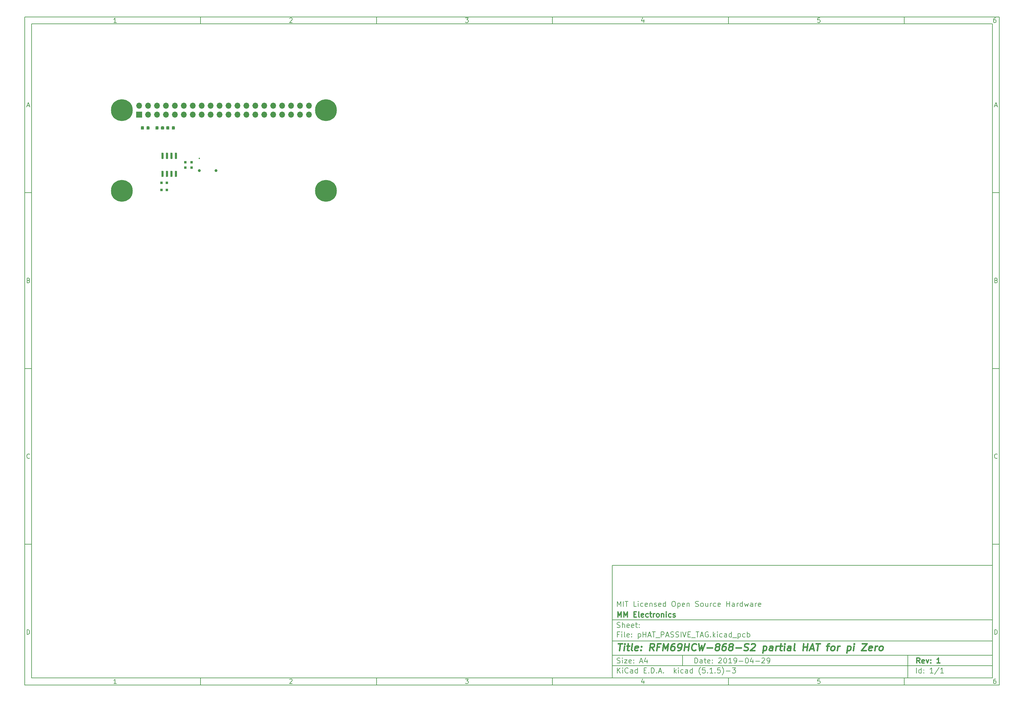
<source format=gbr>
%TF.GenerationSoftware,KiCad,Pcbnew,(5.1.5)-3*%
%TF.CreationDate,2021-10-20T11:59:03+01:00*%
%TF.ProjectId,pHAT_PASSIVE_TAG,70484154-5f50-4415-9353-4956455f5441,1*%
%TF.SameCoordinates,Original*%
%TF.FileFunction,Soldermask,Top*%
%TF.FilePolarity,Negative*%
%FSLAX46Y46*%
G04 Gerber Fmt 4.6, Leading zero omitted, Abs format (unit mm)*
G04 Created by KiCad (PCBNEW (5.1.5)-3) date 2021-10-20 11:59:03*
%MOMM*%
%LPD*%
G04 APERTURE LIST*
%ADD10C,0.100000*%
%ADD11C,0.150000*%
%ADD12C,0.300000*%
%ADD13C,0.400000*%
%ADD14C,0.450000*%
%ADD15C,0.800000*%
%ADD16C,6.200000*%
%ADD17O,1.700000X1.700000*%
%ADD18R,1.700000X1.700000*%
%ADD19R,0.750000X0.800000*%
%ADD20R,0.800000X0.750000*%
G04 APERTURE END LIST*
D10*
D11*
X177002200Y-166007200D02*
X177002200Y-198007200D01*
X285002200Y-198007200D01*
X285002200Y-166007200D01*
X177002200Y-166007200D01*
D10*
D11*
X10000000Y-10000000D02*
X10000000Y-200007200D01*
X287002200Y-200007200D01*
X287002200Y-10000000D01*
X10000000Y-10000000D01*
D10*
D11*
X12000000Y-12000000D02*
X12000000Y-198007200D01*
X285002200Y-198007200D01*
X285002200Y-12000000D01*
X12000000Y-12000000D01*
D10*
D11*
X60000000Y-12000000D02*
X60000000Y-10000000D01*
D10*
D11*
X110000000Y-12000000D02*
X110000000Y-10000000D01*
D10*
D11*
X160000000Y-12000000D02*
X160000000Y-10000000D01*
D10*
D11*
X210000000Y-12000000D02*
X210000000Y-10000000D01*
D10*
D11*
X260000000Y-12000000D02*
X260000000Y-10000000D01*
D10*
D11*
X36065476Y-11588095D02*
X35322619Y-11588095D01*
X35694047Y-11588095D02*
X35694047Y-10288095D01*
X35570238Y-10473809D01*
X35446428Y-10597619D01*
X35322619Y-10659523D01*
D10*
D11*
X85322619Y-10411904D02*
X85384523Y-10350000D01*
X85508333Y-10288095D01*
X85817857Y-10288095D01*
X85941666Y-10350000D01*
X86003571Y-10411904D01*
X86065476Y-10535714D01*
X86065476Y-10659523D01*
X86003571Y-10845238D01*
X85260714Y-11588095D01*
X86065476Y-11588095D01*
D10*
D11*
X135260714Y-10288095D02*
X136065476Y-10288095D01*
X135632142Y-10783333D01*
X135817857Y-10783333D01*
X135941666Y-10845238D01*
X136003571Y-10907142D01*
X136065476Y-11030952D01*
X136065476Y-11340476D01*
X136003571Y-11464285D01*
X135941666Y-11526190D01*
X135817857Y-11588095D01*
X135446428Y-11588095D01*
X135322619Y-11526190D01*
X135260714Y-11464285D01*
D10*
D11*
X185941666Y-10721428D02*
X185941666Y-11588095D01*
X185632142Y-10226190D02*
X185322619Y-11154761D01*
X186127380Y-11154761D01*
D10*
D11*
X236003571Y-10288095D02*
X235384523Y-10288095D01*
X235322619Y-10907142D01*
X235384523Y-10845238D01*
X235508333Y-10783333D01*
X235817857Y-10783333D01*
X235941666Y-10845238D01*
X236003571Y-10907142D01*
X236065476Y-11030952D01*
X236065476Y-11340476D01*
X236003571Y-11464285D01*
X235941666Y-11526190D01*
X235817857Y-11588095D01*
X235508333Y-11588095D01*
X235384523Y-11526190D01*
X235322619Y-11464285D01*
D10*
D11*
X285941666Y-10288095D02*
X285694047Y-10288095D01*
X285570238Y-10350000D01*
X285508333Y-10411904D01*
X285384523Y-10597619D01*
X285322619Y-10845238D01*
X285322619Y-11340476D01*
X285384523Y-11464285D01*
X285446428Y-11526190D01*
X285570238Y-11588095D01*
X285817857Y-11588095D01*
X285941666Y-11526190D01*
X286003571Y-11464285D01*
X286065476Y-11340476D01*
X286065476Y-11030952D01*
X286003571Y-10907142D01*
X285941666Y-10845238D01*
X285817857Y-10783333D01*
X285570238Y-10783333D01*
X285446428Y-10845238D01*
X285384523Y-10907142D01*
X285322619Y-11030952D01*
D10*
D11*
X60000000Y-198007200D02*
X60000000Y-200007200D01*
D10*
D11*
X110000000Y-198007200D02*
X110000000Y-200007200D01*
D10*
D11*
X160000000Y-198007200D02*
X160000000Y-200007200D01*
D10*
D11*
X210000000Y-198007200D02*
X210000000Y-200007200D01*
D10*
D11*
X260000000Y-198007200D02*
X260000000Y-200007200D01*
D10*
D11*
X36065476Y-199595295D02*
X35322619Y-199595295D01*
X35694047Y-199595295D02*
X35694047Y-198295295D01*
X35570238Y-198481009D01*
X35446428Y-198604819D01*
X35322619Y-198666723D01*
D10*
D11*
X85322619Y-198419104D02*
X85384523Y-198357200D01*
X85508333Y-198295295D01*
X85817857Y-198295295D01*
X85941666Y-198357200D01*
X86003571Y-198419104D01*
X86065476Y-198542914D01*
X86065476Y-198666723D01*
X86003571Y-198852438D01*
X85260714Y-199595295D01*
X86065476Y-199595295D01*
D10*
D11*
X135260714Y-198295295D02*
X136065476Y-198295295D01*
X135632142Y-198790533D01*
X135817857Y-198790533D01*
X135941666Y-198852438D01*
X136003571Y-198914342D01*
X136065476Y-199038152D01*
X136065476Y-199347676D01*
X136003571Y-199471485D01*
X135941666Y-199533390D01*
X135817857Y-199595295D01*
X135446428Y-199595295D01*
X135322619Y-199533390D01*
X135260714Y-199471485D01*
D10*
D11*
X185941666Y-198728628D02*
X185941666Y-199595295D01*
X185632142Y-198233390D02*
X185322619Y-199161961D01*
X186127380Y-199161961D01*
D10*
D11*
X236003571Y-198295295D02*
X235384523Y-198295295D01*
X235322619Y-198914342D01*
X235384523Y-198852438D01*
X235508333Y-198790533D01*
X235817857Y-198790533D01*
X235941666Y-198852438D01*
X236003571Y-198914342D01*
X236065476Y-199038152D01*
X236065476Y-199347676D01*
X236003571Y-199471485D01*
X235941666Y-199533390D01*
X235817857Y-199595295D01*
X235508333Y-199595295D01*
X235384523Y-199533390D01*
X235322619Y-199471485D01*
D10*
D11*
X285941666Y-198295295D02*
X285694047Y-198295295D01*
X285570238Y-198357200D01*
X285508333Y-198419104D01*
X285384523Y-198604819D01*
X285322619Y-198852438D01*
X285322619Y-199347676D01*
X285384523Y-199471485D01*
X285446428Y-199533390D01*
X285570238Y-199595295D01*
X285817857Y-199595295D01*
X285941666Y-199533390D01*
X286003571Y-199471485D01*
X286065476Y-199347676D01*
X286065476Y-199038152D01*
X286003571Y-198914342D01*
X285941666Y-198852438D01*
X285817857Y-198790533D01*
X285570238Y-198790533D01*
X285446428Y-198852438D01*
X285384523Y-198914342D01*
X285322619Y-199038152D01*
D10*
D11*
X10000000Y-60000000D02*
X12000000Y-60000000D01*
D10*
D11*
X10000000Y-110000000D02*
X12000000Y-110000000D01*
D10*
D11*
X10000000Y-160000000D02*
X12000000Y-160000000D01*
D10*
D11*
X10690476Y-35216666D02*
X11309523Y-35216666D01*
X10566666Y-35588095D02*
X11000000Y-34288095D01*
X11433333Y-35588095D01*
D10*
D11*
X11092857Y-84907142D02*
X11278571Y-84969047D01*
X11340476Y-85030952D01*
X11402380Y-85154761D01*
X11402380Y-85340476D01*
X11340476Y-85464285D01*
X11278571Y-85526190D01*
X11154761Y-85588095D01*
X10659523Y-85588095D01*
X10659523Y-84288095D01*
X11092857Y-84288095D01*
X11216666Y-84350000D01*
X11278571Y-84411904D01*
X11340476Y-84535714D01*
X11340476Y-84659523D01*
X11278571Y-84783333D01*
X11216666Y-84845238D01*
X11092857Y-84907142D01*
X10659523Y-84907142D01*
D10*
D11*
X11402380Y-135464285D02*
X11340476Y-135526190D01*
X11154761Y-135588095D01*
X11030952Y-135588095D01*
X10845238Y-135526190D01*
X10721428Y-135402380D01*
X10659523Y-135278571D01*
X10597619Y-135030952D01*
X10597619Y-134845238D01*
X10659523Y-134597619D01*
X10721428Y-134473809D01*
X10845238Y-134350000D01*
X11030952Y-134288095D01*
X11154761Y-134288095D01*
X11340476Y-134350000D01*
X11402380Y-134411904D01*
D10*
D11*
X10659523Y-185588095D02*
X10659523Y-184288095D01*
X10969047Y-184288095D01*
X11154761Y-184350000D01*
X11278571Y-184473809D01*
X11340476Y-184597619D01*
X11402380Y-184845238D01*
X11402380Y-185030952D01*
X11340476Y-185278571D01*
X11278571Y-185402380D01*
X11154761Y-185526190D01*
X10969047Y-185588095D01*
X10659523Y-185588095D01*
D10*
D11*
X287002200Y-60000000D02*
X285002200Y-60000000D01*
D10*
D11*
X287002200Y-110000000D02*
X285002200Y-110000000D01*
D10*
D11*
X287002200Y-160000000D02*
X285002200Y-160000000D01*
D10*
D11*
X285692676Y-35216666D02*
X286311723Y-35216666D01*
X285568866Y-35588095D02*
X286002200Y-34288095D01*
X286435533Y-35588095D01*
D10*
D11*
X286095057Y-84907142D02*
X286280771Y-84969047D01*
X286342676Y-85030952D01*
X286404580Y-85154761D01*
X286404580Y-85340476D01*
X286342676Y-85464285D01*
X286280771Y-85526190D01*
X286156961Y-85588095D01*
X285661723Y-85588095D01*
X285661723Y-84288095D01*
X286095057Y-84288095D01*
X286218866Y-84350000D01*
X286280771Y-84411904D01*
X286342676Y-84535714D01*
X286342676Y-84659523D01*
X286280771Y-84783333D01*
X286218866Y-84845238D01*
X286095057Y-84907142D01*
X285661723Y-84907142D01*
D10*
D11*
X286404580Y-135464285D02*
X286342676Y-135526190D01*
X286156961Y-135588095D01*
X286033152Y-135588095D01*
X285847438Y-135526190D01*
X285723628Y-135402380D01*
X285661723Y-135278571D01*
X285599819Y-135030952D01*
X285599819Y-134845238D01*
X285661723Y-134597619D01*
X285723628Y-134473809D01*
X285847438Y-134350000D01*
X286033152Y-134288095D01*
X286156961Y-134288095D01*
X286342676Y-134350000D01*
X286404580Y-134411904D01*
D10*
D11*
X285661723Y-185588095D02*
X285661723Y-184288095D01*
X285971247Y-184288095D01*
X286156961Y-184350000D01*
X286280771Y-184473809D01*
X286342676Y-184597619D01*
X286404580Y-184845238D01*
X286404580Y-185030952D01*
X286342676Y-185278571D01*
X286280771Y-185402380D01*
X286156961Y-185526190D01*
X285971247Y-185588095D01*
X285661723Y-185588095D01*
D10*
D11*
X200434342Y-193785771D02*
X200434342Y-192285771D01*
X200791485Y-192285771D01*
X201005771Y-192357200D01*
X201148628Y-192500057D01*
X201220057Y-192642914D01*
X201291485Y-192928628D01*
X201291485Y-193142914D01*
X201220057Y-193428628D01*
X201148628Y-193571485D01*
X201005771Y-193714342D01*
X200791485Y-193785771D01*
X200434342Y-193785771D01*
X202577200Y-193785771D02*
X202577200Y-193000057D01*
X202505771Y-192857200D01*
X202362914Y-192785771D01*
X202077200Y-192785771D01*
X201934342Y-192857200D01*
X202577200Y-193714342D02*
X202434342Y-193785771D01*
X202077200Y-193785771D01*
X201934342Y-193714342D01*
X201862914Y-193571485D01*
X201862914Y-193428628D01*
X201934342Y-193285771D01*
X202077200Y-193214342D01*
X202434342Y-193214342D01*
X202577200Y-193142914D01*
X203077200Y-192785771D02*
X203648628Y-192785771D01*
X203291485Y-192285771D02*
X203291485Y-193571485D01*
X203362914Y-193714342D01*
X203505771Y-193785771D01*
X203648628Y-193785771D01*
X204720057Y-193714342D02*
X204577200Y-193785771D01*
X204291485Y-193785771D01*
X204148628Y-193714342D01*
X204077200Y-193571485D01*
X204077200Y-193000057D01*
X204148628Y-192857200D01*
X204291485Y-192785771D01*
X204577200Y-192785771D01*
X204720057Y-192857200D01*
X204791485Y-193000057D01*
X204791485Y-193142914D01*
X204077200Y-193285771D01*
X205434342Y-193642914D02*
X205505771Y-193714342D01*
X205434342Y-193785771D01*
X205362914Y-193714342D01*
X205434342Y-193642914D01*
X205434342Y-193785771D01*
X205434342Y-192857200D02*
X205505771Y-192928628D01*
X205434342Y-193000057D01*
X205362914Y-192928628D01*
X205434342Y-192857200D01*
X205434342Y-193000057D01*
X207220057Y-192428628D02*
X207291485Y-192357200D01*
X207434342Y-192285771D01*
X207791485Y-192285771D01*
X207934342Y-192357200D01*
X208005771Y-192428628D01*
X208077200Y-192571485D01*
X208077200Y-192714342D01*
X208005771Y-192928628D01*
X207148628Y-193785771D01*
X208077200Y-193785771D01*
X209005771Y-192285771D02*
X209148628Y-192285771D01*
X209291485Y-192357200D01*
X209362914Y-192428628D01*
X209434342Y-192571485D01*
X209505771Y-192857200D01*
X209505771Y-193214342D01*
X209434342Y-193500057D01*
X209362914Y-193642914D01*
X209291485Y-193714342D01*
X209148628Y-193785771D01*
X209005771Y-193785771D01*
X208862914Y-193714342D01*
X208791485Y-193642914D01*
X208720057Y-193500057D01*
X208648628Y-193214342D01*
X208648628Y-192857200D01*
X208720057Y-192571485D01*
X208791485Y-192428628D01*
X208862914Y-192357200D01*
X209005771Y-192285771D01*
X210934342Y-193785771D02*
X210077200Y-193785771D01*
X210505771Y-193785771D02*
X210505771Y-192285771D01*
X210362914Y-192500057D01*
X210220057Y-192642914D01*
X210077200Y-192714342D01*
X211648628Y-193785771D02*
X211934342Y-193785771D01*
X212077200Y-193714342D01*
X212148628Y-193642914D01*
X212291485Y-193428628D01*
X212362914Y-193142914D01*
X212362914Y-192571485D01*
X212291485Y-192428628D01*
X212220057Y-192357200D01*
X212077200Y-192285771D01*
X211791485Y-192285771D01*
X211648628Y-192357200D01*
X211577200Y-192428628D01*
X211505771Y-192571485D01*
X211505771Y-192928628D01*
X211577200Y-193071485D01*
X211648628Y-193142914D01*
X211791485Y-193214342D01*
X212077200Y-193214342D01*
X212220057Y-193142914D01*
X212291485Y-193071485D01*
X212362914Y-192928628D01*
X213005771Y-193214342D02*
X214148628Y-193214342D01*
X215148628Y-192285771D02*
X215291485Y-192285771D01*
X215434342Y-192357200D01*
X215505771Y-192428628D01*
X215577200Y-192571485D01*
X215648628Y-192857200D01*
X215648628Y-193214342D01*
X215577200Y-193500057D01*
X215505771Y-193642914D01*
X215434342Y-193714342D01*
X215291485Y-193785771D01*
X215148628Y-193785771D01*
X215005771Y-193714342D01*
X214934342Y-193642914D01*
X214862914Y-193500057D01*
X214791485Y-193214342D01*
X214791485Y-192857200D01*
X214862914Y-192571485D01*
X214934342Y-192428628D01*
X215005771Y-192357200D01*
X215148628Y-192285771D01*
X216934342Y-192785771D02*
X216934342Y-193785771D01*
X216577200Y-192214342D02*
X216220057Y-193285771D01*
X217148628Y-193285771D01*
X217720057Y-193214342D02*
X218862914Y-193214342D01*
X219505771Y-192428628D02*
X219577200Y-192357200D01*
X219720057Y-192285771D01*
X220077200Y-192285771D01*
X220220057Y-192357200D01*
X220291485Y-192428628D01*
X220362914Y-192571485D01*
X220362914Y-192714342D01*
X220291485Y-192928628D01*
X219434342Y-193785771D01*
X220362914Y-193785771D01*
X221077200Y-193785771D02*
X221362914Y-193785771D01*
X221505771Y-193714342D01*
X221577200Y-193642914D01*
X221720057Y-193428628D01*
X221791485Y-193142914D01*
X221791485Y-192571485D01*
X221720057Y-192428628D01*
X221648628Y-192357200D01*
X221505771Y-192285771D01*
X221220057Y-192285771D01*
X221077200Y-192357200D01*
X221005771Y-192428628D01*
X220934342Y-192571485D01*
X220934342Y-192928628D01*
X221005771Y-193071485D01*
X221077200Y-193142914D01*
X221220057Y-193214342D01*
X221505771Y-193214342D01*
X221648628Y-193142914D01*
X221720057Y-193071485D01*
X221791485Y-192928628D01*
D10*
D11*
X177002200Y-194507200D02*
X285002200Y-194507200D01*
D10*
D11*
X178434342Y-196585771D02*
X178434342Y-195085771D01*
X179291485Y-196585771D02*
X178648628Y-195728628D01*
X179291485Y-195085771D02*
X178434342Y-195942914D01*
X179934342Y-196585771D02*
X179934342Y-195585771D01*
X179934342Y-195085771D02*
X179862914Y-195157200D01*
X179934342Y-195228628D01*
X180005771Y-195157200D01*
X179934342Y-195085771D01*
X179934342Y-195228628D01*
X181505771Y-196442914D02*
X181434342Y-196514342D01*
X181220057Y-196585771D01*
X181077200Y-196585771D01*
X180862914Y-196514342D01*
X180720057Y-196371485D01*
X180648628Y-196228628D01*
X180577200Y-195942914D01*
X180577200Y-195728628D01*
X180648628Y-195442914D01*
X180720057Y-195300057D01*
X180862914Y-195157200D01*
X181077200Y-195085771D01*
X181220057Y-195085771D01*
X181434342Y-195157200D01*
X181505771Y-195228628D01*
X182791485Y-196585771D02*
X182791485Y-195800057D01*
X182720057Y-195657200D01*
X182577200Y-195585771D01*
X182291485Y-195585771D01*
X182148628Y-195657200D01*
X182791485Y-196514342D02*
X182648628Y-196585771D01*
X182291485Y-196585771D01*
X182148628Y-196514342D01*
X182077200Y-196371485D01*
X182077200Y-196228628D01*
X182148628Y-196085771D01*
X182291485Y-196014342D01*
X182648628Y-196014342D01*
X182791485Y-195942914D01*
X184148628Y-196585771D02*
X184148628Y-195085771D01*
X184148628Y-196514342D02*
X184005771Y-196585771D01*
X183720057Y-196585771D01*
X183577200Y-196514342D01*
X183505771Y-196442914D01*
X183434342Y-196300057D01*
X183434342Y-195871485D01*
X183505771Y-195728628D01*
X183577200Y-195657200D01*
X183720057Y-195585771D01*
X184005771Y-195585771D01*
X184148628Y-195657200D01*
X186005771Y-195800057D02*
X186505771Y-195800057D01*
X186720057Y-196585771D02*
X186005771Y-196585771D01*
X186005771Y-195085771D01*
X186720057Y-195085771D01*
X187362914Y-196442914D02*
X187434342Y-196514342D01*
X187362914Y-196585771D01*
X187291485Y-196514342D01*
X187362914Y-196442914D01*
X187362914Y-196585771D01*
X188077200Y-196585771D02*
X188077200Y-195085771D01*
X188434342Y-195085771D01*
X188648628Y-195157200D01*
X188791485Y-195300057D01*
X188862914Y-195442914D01*
X188934342Y-195728628D01*
X188934342Y-195942914D01*
X188862914Y-196228628D01*
X188791485Y-196371485D01*
X188648628Y-196514342D01*
X188434342Y-196585771D01*
X188077200Y-196585771D01*
X189577200Y-196442914D02*
X189648628Y-196514342D01*
X189577200Y-196585771D01*
X189505771Y-196514342D01*
X189577200Y-196442914D01*
X189577200Y-196585771D01*
X190220057Y-196157200D02*
X190934342Y-196157200D01*
X190077200Y-196585771D02*
X190577200Y-195085771D01*
X191077200Y-196585771D01*
X191577200Y-196442914D02*
X191648628Y-196514342D01*
X191577200Y-196585771D01*
X191505771Y-196514342D01*
X191577200Y-196442914D01*
X191577200Y-196585771D01*
X194577200Y-196585771D02*
X194577200Y-195085771D01*
X194720057Y-196014342D02*
X195148628Y-196585771D01*
X195148628Y-195585771D02*
X194577200Y-196157200D01*
X195791485Y-196585771D02*
X195791485Y-195585771D01*
X195791485Y-195085771D02*
X195720057Y-195157200D01*
X195791485Y-195228628D01*
X195862914Y-195157200D01*
X195791485Y-195085771D01*
X195791485Y-195228628D01*
X197148628Y-196514342D02*
X197005771Y-196585771D01*
X196720057Y-196585771D01*
X196577200Y-196514342D01*
X196505771Y-196442914D01*
X196434342Y-196300057D01*
X196434342Y-195871485D01*
X196505771Y-195728628D01*
X196577200Y-195657200D01*
X196720057Y-195585771D01*
X197005771Y-195585771D01*
X197148628Y-195657200D01*
X198434342Y-196585771D02*
X198434342Y-195800057D01*
X198362914Y-195657200D01*
X198220057Y-195585771D01*
X197934342Y-195585771D01*
X197791485Y-195657200D01*
X198434342Y-196514342D02*
X198291485Y-196585771D01*
X197934342Y-196585771D01*
X197791485Y-196514342D01*
X197720057Y-196371485D01*
X197720057Y-196228628D01*
X197791485Y-196085771D01*
X197934342Y-196014342D01*
X198291485Y-196014342D01*
X198434342Y-195942914D01*
X199791485Y-196585771D02*
X199791485Y-195085771D01*
X199791485Y-196514342D02*
X199648628Y-196585771D01*
X199362914Y-196585771D01*
X199220057Y-196514342D01*
X199148628Y-196442914D01*
X199077200Y-196300057D01*
X199077200Y-195871485D01*
X199148628Y-195728628D01*
X199220057Y-195657200D01*
X199362914Y-195585771D01*
X199648628Y-195585771D01*
X199791485Y-195657200D01*
X202077200Y-197157200D02*
X202005771Y-197085771D01*
X201862914Y-196871485D01*
X201791485Y-196728628D01*
X201720057Y-196514342D01*
X201648628Y-196157200D01*
X201648628Y-195871485D01*
X201720057Y-195514342D01*
X201791485Y-195300057D01*
X201862914Y-195157200D01*
X202005771Y-194942914D01*
X202077200Y-194871485D01*
X203362914Y-195085771D02*
X202648628Y-195085771D01*
X202577200Y-195800057D01*
X202648628Y-195728628D01*
X202791485Y-195657200D01*
X203148628Y-195657200D01*
X203291485Y-195728628D01*
X203362914Y-195800057D01*
X203434342Y-195942914D01*
X203434342Y-196300057D01*
X203362914Y-196442914D01*
X203291485Y-196514342D01*
X203148628Y-196585771D01*
X202791485Y-196585771D01*
X202648628Y-196514342D01*
X202577200Y-196442914D01*
X204077200Y-196442914D02*
X204148628Y-196514342D01*
X204077200Y-196585771D01*
X204005771Y-196514342D01*
X204077200Y-196442914D01*
X204077200Y-196585771D01*
X205577200Y-196585771D02*
X204720057Y-196585771D01*
X205148628Y-196585771D02*
X205148628Y-195085771D01*
X205005771Y-195300057D01*
X204862914Y-195442914D01*
X204720057Y-195514342D01*
X206220057Y-196442914D02*
X206291485Y-196514342D01*
X206220057Y-196585771D01*
X206148628Y-196514342D01*
X206220057Y-196442914D01*
X206220057Y-196585771D01*
X207648628Y-195085771D02*
X206934342Y-195085771D01*
X206862914Y-195800057D01*
X206934342Y-195728628D01*
X207077200Y-195657200D01*
X207434342Y-195657200D01*
X207577200Y-195728628D01*
X207648628Y-195800057D01*
X207720057Y-195942914D01*
X207720057Y-196300057D01*
X207648628Y-196442914D01*
X207577200Y-196514342D01*
X207434342Y-196585771D01*
X207077200Y-196585771D01*
X206934342Y-196514342D01*
X206862914Y-196442914D01*
X208220057Y-197157200D02*
X208291485Y-197085771D01*
X208434342Y-196871485D01*
X208505771Y-196728628D01*
X208577200Y-196514342D01*
X208648628Y-196157200D01*
X208648628Y-195871485D01*
X208577200Y-195514342D01*
X208505771Y-195300057D01*
X208434342Y-195157200D01*
X208291485Y-194942914D01*
X208220057Y-194871485D01*
X209362914Y-196014342D02*
X210505771Y-196014342D01*
X211077200Y-195085771D02*
X212005771Y-195085771D01*
X211505771Y-195657200D01*
X211720057Y-195657200D01*
X211862914Y-195728628D01*
X211934342Y-195800057D01*
X212005771Y-195942914D01*
X212005771Y-196300057D01*
X211934342Y-196442914D01*
X211862914Y-196514342D01*
X211720057Y-196585771D01*
X211291485Y-196585771D01*
X211148628Y-196514342D01*
X211077200Y-196442914D01*
D10*
D11*
X177002200Y-191507200D02*
X285002200Y-191507200D01*
D10*
D12*
X264411485Y-193785771D02*
X263911485Y-193071485D01*
X263554342Y-193785771D02*
X263554342Y-192285771D01*
X264125771Y-192285771D01*
X264268628Y-192357200D01*
X264340057Y-192428628D01*
X264411485Y-192571485D01*
X264411485Y-192785771D01*
X264340057Y-192928628D01*
X264268628Y-193000057D01*
X264125771Y-193071485D01*
X263554342Y-193071485D01*
X265625771Y-193714342D02*
X265482914Y-193785771D01*
X265197200Y-193785771D01*
X265054342Y-193714342D01*
X264982914Y-193571485D01*
X264982914Y-193000057D01*
X265054342Y-192857200D01*
X265197200Y-192785771D01*
X265482914Y-192785771D01*
X265625771Y-192857200D01*
X265697200Y-193000057D01*
X265697200Y-193142914D01*
X264982914Y-193285771D01*
X266197200Y-192785771D02*
X266554342Y-193785771D01*
X266911485Y-192785771D01*
X267482914Y-193642914D02*
X267554342Y-193714342D01*
X267482914Y-193785771D01*
X267411485Y-193714342D01*
X267482914Y-193642914D01*
X267482914Y-193785771D01*
X267482914Y-192857200D02*
X267554342Y-192928628D01*
X267482914Y-193000057D01*
X267411485Y-192928628D01*
X267482914Y-192857200D01*
X267482914Y-193000057D01*
X270125771Y-193785771D02*
X269268628Y-193785771D01*
X269697200Y-193785771D02*
X269697200Y-192285771D01*
X269554342Y-192500057D01*
X269411485Y-192642914D01*
X269268628Y-192714342D01*
D10*
D11*
X178362914Y-193714342D02*
X178577200Y-193785771D01*
X178934342Y-193785771D01*
X179077200Y-193714342D01*
X179148628Y-193642914D01*
X179220057Y-193500057D01*
X179220057Y-193357200D01*
X179148628Y-193214342D01*
X179077200Y-193142914D01*
X178934342Y-193071485D01*
X178648628Y-193000057D01*
X178505771Y-192928628D01*
X178434342Y-192857200D01*
X178362914Y-192714342D01*
X178362914Y-192571485D01*
X178434342Y-192428628D01*
X178505771Y-192357200D01*
X178648628Y-192285771D01*
X179005771Y-192285771D01*
X179220057Y-192357200D01*
X179862914Y-193785771D02*
X179862914Y-192785771D01*
X179862914Y-192285771D02*
X179791485Y-192357200D01*
X179862914Y-192428628D01*
X179934342Y-192357200D01*
X179862914Y-192285771D01*
X179862914Y-192428628D01*
X180434342Y-192785771D02*
X181220057Y-192785771D01*
X180434342Y-193785771D01*
X181220057Y-193785771D01*
X182362914Y-193714342D02*
X182220057Y-193785771D01*
X181934342Y-193785771D01*
X181791485Y-193714342D01*
X181720057Y-193571485D01*
X181720057Y-193000057D01*
X181791485Y-192857200D01*
X181934342Y-192785771D01*
X182220057Y-192785771D01*
X182362914Y-192857200D01*
X182434342Y-193000057D01*
X182434342Y-193142914D01*
X181720057Y-193285771D01*
X183077200Y-193642914D02*
X183148628Y-193714342D01*
X183077200Y-193785771D01*
X183005771Y-193714342D01*
X183077200Y-193642914D01*
X183077200Y-193785771D01*
X183077200Y-192857200D02*
X183148628Y-192928628D01*
X183077200Y-193000057D01*
X183005771Y-192928628D01*
X183077200Y-192857200D01*
X183077200Y-193000057D01*
X184862914Y-193357200D02*
X185577200Y-193357200D01*
X184720057Y-193785771D02*
X185220057Y-192285771D01*
X185720057Y-193785771D01*
X186862914Y-192785771D02*
X186862914Y-193785771D01*
X186505771Y-192214342D02*
X186148628Y-193285771D01*
X187077200Y-193285771D01*
D10*
D11*
X263434342Y-196585771D02*
X263434342Y-195085771D01*
X264791485Y-196585771D02*
X264791485Y-195085771D01*
X264791485Y-196514342D02*
X264648628Y-196585771D01*
X264362914Y-196585771D01*
X264220057Y-196514342D01*
X264148628Y-196442914D01*
X264077200Y-196300057D01*
X264077200Y-195871485D01*
X264148628Y-195728628D01*
X264220057Y-195657200D01*
X264362914Y-195585771D01*
X264648628Y-195585771D01*
X264791485Y-195657200D01*
X265505771Y-196442914D02*
X265577200Y-196514342D01*
X265505771Y-196585771D01*
X265434342Y-196514342D01*
X265505771Y-196442914D01*
X265505771Y-196585771D01*
X265505771Y-195657200D02*
X265577200Y-195728628D01*
X265505771Y-195800057D01*
X265434342Y-195728628D01*
X265505771Y-195657200D01*
X265505771Y-195800057D01*
X268148628Y-196585771D02*
X267291485Y-196585771D01*
X267720057Y-196585771D02*
X267720057Y-195085771D01*
X267577200Y-195300057D01*
X267434342Y-195442914D01*
X267291485Y-195514342D01*
X269862914Y-195014342D02*
X268577200Y-196942914D01*
X271148628Y-196585771D02*
X270291485Y-196585771D01*
X270720057Y-196585771D02*
X270720057Y-195085771D01*
X270577200Y-195300057D01*
X270434342Y-195442914D01*
X270291485Y-195514342D01*
D10*
D11*
X177002200Y-187507200D02*
X285002200Y-187507200D01*
D10*
D13*
X178714580Y-188211961D02*
X179857438Y-188211961D01*
X179036009Y-190211961D02*
X179286009Y-188211961D01*
X180274104Y-190211961D02*
X180440771Y-188878628D01*
X180524104Y-188211961D02*
X180416961Y-188307200D01*
X180500295Y-188402438D01*
X180607438Y-188307200D01*
X180524104Y-188211961D01*
X180500295Y-188402438D01*
X181107438Y-188878628D02*
X181869342Y-188878628D01*
X181476485Y-188211961D02*
X181262200Y-189926247D01*
X181333628Y-190116723D01*
X181512200Y-190211961D01*
X181702676Y-190211961D01*
X182655057Y-190211961D02*
X182476485Y-190116723D01*
X182405057Y-189926247D01*
X182619342Y-188211961D01*
X184190771Y-190116723D02*
X183988390Y-190211961D01*
X183607438Y-190211961D01*
X183428866Y-190116723D01*
X183357438Y-189926247D01*
X183452676Y-189164342D01*
X183571723Y-188973866D01*
X183774104Y-188878628D01*
X184155057Y-188878628D01*
X184333628Y-188973866D01*
X184405057Y-189164342D01*
X184381247Y-189354819D01*
X183405057Y-189545295D01*
X185155057Y-190021485D02*
X185238390Y-190116723D01*
X185131247Y-190211961D01*
X185047914Y-190116723D01*
X185155057Y-190021485D01*
X185131247Y-190211961D01*
X185286009Y-188973866D02*
X185369342Y-189069104D01*
X185262200Y-189164342D01*
X185178866Y-189069104D01*
X185286009Y-188973866D01*
X185262200Y-189164342D01*
X188750295Y-190211961D02*
X188202676Y-189259580D01*
X187607438Y-190211961D02*
X187857438Y-188211961D01*
X188619342Y-188211961D01*
X188797914Y-188307200D01*
X188881247Y-188402438D01*
X188952676Y-188592914D01*
X188916961Y-188878628D01*
X188797914Y-189069104D01*
X188690771Y-189164342D01*
X188488390Y-189259580D01*
X187726485Y-189259580D01*
X190405057Y-189164342D02*
X189738390Y-189164342D01*
X189607438Y-190211961D02*
X189857438Y-188211961D01*
X190809819Y-188211961D01*
X191321723Y-190211961D02*
X191571723Y-188211961D01*
X192059819Y-189640533D01*
X192905057Y-188211961D01*
X192655057Y-190211961D01*
X194714580Y-188211961D02*
X194333628Y-188211961D01*
X194131247Y-188307200D01*
X194024104Y-188402438D01*
X193797914Y-188688152D01*
X193655057Y-189069104D01*
X193559819Y-189831009D01*
X193631247Y-190021485D01*
X193714580Y-190116723D01*
X193893152Y-190211961D01*
X194274104Y-190211961D01*
X194476485Y-190116723D01*
X194583628Y-190021485D01*
X194702676Y-189831009D01*
X194762200Y-189354819D01*
X194690771Y-189164342D01*
X194607438Y-189069104D01*
X194428866Y-188973866D01*
X194047914Y-188973866D01*
X193845533Y-189069104D01*
X193738390Y-189164342D01*
X193619342Y-189354819D01*
X195607438Y-190211961D02*
X195988390Y-190211961D01*
X196190771Y-190116723D01*
X196297914Y-190021485D01*
X196524104Y-189735771D01*
X196666961Y-189354819D01*
X196762200Y-188592914D01*
X196690771Y-188402438D01*
X196607438Y-188307200D01*
X196428866Y-188211961D01*
X196047914Y-188211961D01*
X195845533Y-188307200D01*
X195738390Y-188402438D01*
X195619342Y-188592914D01*
X195559819Y-189069104D01*
X195631247Y-189259580D01*
X195714580Y-189354819D01*
X195893152Y-189450057D01*
X196274104Y-189450057D01*
X196476485Y-189354819D01*
X196583628Y-189259580D01*
X196702676Y-189069104D01*
X197416961Y-190211961D02*
X197666961Y-188211961D01*
X197547914Y-189164342D02*
X198690771Y-189164342D01*
X198559819Y-190211961D02*
X198809819Y-188211961D01*
X200678866Y-190021485D02*
X200571723Y-190116723D01*
X200274104Y-190211961D01*
X200083628Y-190211961D01*
X199809819Y-190116723D01*
X199643152Y-189926247D01*
X199571723Y-189735771D01*
X199524104Y-189354819D01*
X199559819Y-189069104D01*
X199702676Y-188688152D01*
X199821723Y-188497676D01*
X200036009Y-188307200D01*
X200333628Y-188211961D01*
X200524104Y-188211961D01*
X200797914Y-188307200D01*
X200881247Y-188402438D01*
X201571723Y-188211961D02*
X201797914Y-190211961D01*
X202357438Y-188783390D01*
X202559819Y-190211961D01*
X203286009Y-188211961D01*
X203893152Y-189450057D02*
X205416961Y-189450057D01*
X206702676Y-189069104D02*
X206524104Y-188973866D01*
X206440771Y-188878628D01*
X206369342Y-188688152D01*
X206381247Y-188592914D01*
X206500295Y-188402438D01*
X206607438Y-188307200D01*
X206809819Y-188211961D01*
X207190771Y-188211961D01*
X207369342Y-188307200D01*
X207452676Y-188402438D01*
X207524104Y-188592914D01*
X207512200Y-188688152D01*
X207393152Y-188878628D01*
X207286009Y-188973866D01*
X207083628Y-189069104D01*
X206702676Y-189069104D01*
X206500295Y-189164342D01*
X206393152Y-189259580D01*
X206274104Y-189450057D01*
X206226485Y-189831009D01*
X206297914Y-190021485D01*
X206381247Y-190116723D01*
X206559819Y-190211961D01*
X206940771Y-190211961D01*
X207143152Y-190116723D01*
X207250295Y-190021485D01*
X207369342Y-189831009D01*
X207416961Y-189450057D01*
X207345533Y-189259580D01*
X207262200Y-189164342D01*
X207083628Y-189069104D01*
X209286009Y-188211961D02*
X208905057Y-188211961D01*
X208702676Y-188307200D01*
X208595533Y-188402438D01*
X208369342Y-188688152D01*
X208226485Y-189069104D01*
X208131247Y-189831009D01*
X208202676Y-190021485D01*
X208286009Y-190116723D01*
X208464580Y-190211961D01*
X208845533Y-190211961D01*
X209047914Y-190116723D01*
X209155057Y-190021485D01*
X209274104Y-189831009D01*
X209333628Y-189354819D01*
X209262200Y-189164342D01*
X209178866Y-189069104D01*
X209000295Y-188973866D01*
X208619342Y-188973866D01*
X208416961Y-189069104D01*
X208309819Y-189164342D01*
X208190771Y-189354819D01*
X210512200Y-189069104D02*
X210333628Y-188973866D01*
X210250295Y-188878628D01*
X210178866Y-188688152D01*
X210190771Y-188592914D01*
X210309819Y-188402438D01*
X210416961Y-188307200D01*
X210619342Y-188211961D01*
X211000295Y-188211961D01*
X211178866Y-188307200D01*
X211262200Y-188402438D01*
X211333628Y-188592914D01*
X211321723Y-188688152D01*
X211202676Y-188878628D01*
X211095533Y-188973866D01*
X210893152Y-189069104D01*
X210512200Y-189069104D01*
X210309819Y-189164342D01*
X210202676Y-189259580D01*
X210083628Y-189450057D01*
X210036009Y-189831009D01*
X210107438Y-190021485D01*
X210190771Y-190116723D01*
X210369342Y-190211961D01*
X210750295Y-190211961D01*
X210952676Y-190116723D01*
X211059819Y-190021485D01*
X211178866Y-189831009D01*
X211226485Y-189450057D01*
X211155057Y-189259580D01*
X211071723Y-189164342D01*
X210893152Y-189069104D01*
X212083628Y-189450057D02*
X213607438Y-189450057D01*
X214381247Y-190116723D02*
X214655057Y-190211961D01*
X215131247Y-190211961D01*
X215333628Y-190116723D01*
X215440771Y-190021485D01*
X215559819Y-189831009D01*
X215583628Y-189640533D01*
X215512200Y-189450057D01*
X215428866Y-189354819D01*
X215250295Y-189259580D01*
X214881247Y-189164342D01*
X214702676Y-189069104D01*
X214619342Y-188973866D01*
X214547914Y-188783390D01*
X214571723Y-188592914D01*
X214690771Y-188402438D01*
X214797914Y-188307200D01*
X215000295Y-188211961D01*
X215476485Y-188211961D01*
X215750295Y-188307200D01*
X216500295Y-188402438D02*
X216607438Y-188307200D01*
X216809819Y-188211961D01*
X217286009Y-188211961D01*
X217464580Y-188307200D01*
X217547914Y-188402438D01*
X217619342Y-188592914D01*
X217595533Y-188783390D01*
X217464580Y-189069104D01*
X216178866Y-190211961D01*
X217416961Y-190211961D01*
X219964580Y-188878628D02*
X219714580Y-190878628D01*
X219952676Y-188973866D02*
X220155057Y-188878628D01*
X220536009Y-188878628D01*
X220714580Y-188973866D01*
X220797914Y-189069104D01*
X220869342Y-189259580D01*
X220797914Y-189831009D01*
X220678866Y-190021485D01*
X220571723Y-190116723D01*
X220369342Y-190211961D01*
X219988390Y-190211961D01*
X219809819Y-190116723D01*
X222464580Y-190211961D02*
X222595533Y-189164342D01*
X222524104Y-188973866D01*
X222345533Y-188878628D01*
X221964580Y-188878628D01*
X221762200Y-188973866D01*
X222476485Y-190116723D02*
X222274104Y-190211961D01*
X221797914Y-190211961D01*
X221619342Y-190116723D01*
X221547914Y-189926247D01*
X221571723Y-189735771D01*
X221690771Y-189545295D01*
X221893152Y-189450057D01*
X222369342Y-189450057D01*
X222571723Y-189354819D01*
X223416961Y-190211961D02*
X223583628Y-188878628D01*
X223536009Y-189259580D02*
X223655057Y-189069104D01*
X223762199Y-188973866D01*
X223964580Y-188878628D01*
X224155057Y-188878628D01*
X224536009Y-188878628D02*
X225297914Y-188878628D01*
X224905057Y-188211961D02*
X224690771Y-189926247D01*
X224762200Y-190116723D01*
X224940771Y-190211961D01*
X225131247Y-190211961D01*
X225797914Y-190211961D02*
X225964580Y-188878628D01*
X226047914Y-188211961D02*
X225940771Y-188307200D01*
X226024104Y-188402438D01*
X226131247Y-188307200D01*
X226047914Y-188211961D01*
X226024104Y-188402438D01*
X227607438Y-190211961D02*
X227738390Y-189164342D01*
X227666961Y-188973866D01*
X227488390Y-188878628D01*
X227107438Y-188878628D01*
X226905057Y-188973866D01*
X227619342Y-190116723D02*
X227416961Y-190211961D01*
X226940771Y-190211961D01*
X226762200Y-190116723D01*
X226690771Y-189926247D01*
X226714580Y-189735771D01*
X226833628Y-189545295D01*
X227036009Y-189450057D01*
X227512200Y-189450057D01*
X227714580Y-189354819D01*
X228845533Y-190211961D02*
X228666961Y-190116723D01*
X228595533Y-189926247D01*
X228809819Y-188211961D01*
X231131247Y-190211961D02*
X231381247Y-188211961D01*
X231262199Y-189164342D02*
X232405057Y-189164342D01*
X232274104Y-190211961D02*
X232524104Y-188211961D01*
X233202676Y-189640533D02*
X234155057Y-189640533D01*
X232940771Y-190211961D02*
X233857438Y-188211961D01*
X234274104Y-190211961D01*
X234905057Y-188211961D02*
X236047914Y-188211961D01*
X235226485Y-190211961D02*
X235476485Y-188211961D01*
X237869342Y-188878628D02*
X238631247Y-188878628D01*
X237988390Y-190211961D02*
X238202676Y-188497676D01*
X238321723Y-188307200D01*
X238524104Y-188211961D01*
X238714580Y-188211961D01*
X239416961Y-190211961D02*
X239238390Y-190116723D01*
X239155057Y-190021485D01*
X239083628Y-189831009D01*
X239155057Y-189259580D01*
X239274104Y-189069104D01*
X239381247Y-188973866D01*
X239583628Y-188878628D01*
X239869342Y-188878628D01*
X240047914Y-188973866D01*
X240131247Y-189069104D01*
X240202676Y-189259580D01*
X240131247Y-189831009D01*
X240012199Y-190021485D01*
X239905057Y-190116723D01*
X239702676Y-190211961D01*
X239416961Y-190211961D01*
X240940771Y-190211961D02*
X241107438Y-188878628D01*
X241059819Y-189259580D02*
X241178866Y-189069104D01*
X241286009Y-188973866D01*
X241488390Y-188878628D01*
X241678866Y-188878628D01*
X243869342Y-188878628D02*
X243619342Y-190878628D01*
X243857438Y-188973866D02*
X244059819Y-188878628D01*
X244440771Y-188878628D01*
X244619342Y-188973866D01*
X244702676Y-189069104D01*
X244774104Y-189259580D01*
X244702676Y-189831009D01*
X244583628Y-190021485D01*
X244476485Y-190116723D01*
X244274104Y-190211961D01*
X243893152Y-190211961D01*
X243714580Y-190116723D01*
X245512199Y-190211961D02*
X245678866Y-188878628D01*
X245762199Y-188211961D02*
X245655057Y-188307200D01*
X245738390Y-188402438D01*
X245845533Y-188307200D01*
X245762199Y-188211961D01*
X245738390Y-188402438D01*
X248047914Y-188211961D02*
X249381247Y-188211961D01*
X247797914Y-190211961D01*
X249131247Y-190211961D01*
X250666961Y-190116723D02*
X250464580Y-190211961D01*
X250083628Y-190211961D01*
X249905057Y-190116723D01*
X249833628Y-189926247D01*
X249928866Y-189164342D01*
X250047914Y-188973866D01*
X250250295Y-188878628D01*
X250631247Y-188878628D01*
X250809819Y-188973866D01*
X250881247Y-189164342D01*
X250857438Y-189354819D01*
X249881247Y-189545295D01*
X251607438Y-190211961D02*
X251774104Y-188878628D01*
X251726485Y-189259580D02*
X251845533Y-189069104D01*
X251952676Y-188973866D01*
X252155057Y-188878628D01*
X252345533Y-188878628D01*
X253131247Y-190211961D02*
X252952676Y-190116723D01*
X252869342Y-190021485D01*
X252797914Y-189831009D01*
X252869342Y-189259580D01*
X252988390Y-189069104D01*
X253095533Y-188973866D01*
X253297914Y-188878628D01*
X253583628Y-188878628D01*
X253762200Y-188973866D01*
X253845533Y-189069104D01*
X253916961Y-189259580D01*
X253845533Y-189831009D01*
X253726485Y-190021485D01*
X253619342Y-190116723D01*
X253416961Y-190211961D01*
X253131247Y-190211961D01*
D10*
D11*
X178934342Y-185600057D02*
X178434342Y-185600057D01*
X178434342Y-186385771D02*
X178434342Y-184885771D01*
X179148628Y-184885771D01*
X179720057Y-186385771D02*
X179720057Y-185385771D01*
X179720057Y-184885771D02*
X179648628Y-184957200D01*
X179720057Y-185028628D01*
X179791485Y-184957200D01*
X179720057Y-184885771D01*
X179720057Y-185028628D01*
X180648628Y-186385771D02*
X180505771Y-186314342D01*
X180434342Y-186171485D01*
X180434342Y-184885771D01*
X181791485Y-186314342D02*
X181648628Y-186385771D01*
X181362914Y-186385771D01*
X181220057Y-186314342D01*
X181148628Y-186171485D01*
X181148628Y-185600057D01*
X181220057Y-185457200D01*
X181362914Y-185385771D01*
X181648628Y-185385771D01*
X181791485Y-185457200D01*
X181862914Y-185600057D01*
X181862914Y-185742914D01*
X181148628Y-185885771D01*
X182505771Y-186242914D02*
X182577200Y-186314342D01*
X182505771Y-186385771D01*
X182434342Y-186314342D01*
X182505771Y-186242914D01*
X182505771Y-186385771D01*
X182505771Y-185457200D02*
X182577200Y-185528628D01*
X182505771Y-185600057D01*
X182434342Y-185528628D01*
X182505771Y-185457200D01*
X182505771Y-185600057D01*
X184362914Y-185385771D02*
X184362914Y-186885771D01*
X184362914Y-185457200D02*
X184505771Y-185385771D01*
X184791485Y-185385771D01*
X184934342Y-185457200D01*
X185005771Y-185528628D01*
X185077200Y-185671485D01*
X185077200Y-186100057D01*
X185005771Y-186242914D01*
X184934342Y-186314342D01*
X184791485Y-186385771D01*
X184505771Y-186385771D01*
X184362914Y-186314342D01*
X185720057Y-186385771D02*
X185720057Y-184885771D01*
X185720057Y-185600057D02*
X186577200Y-185600057D01*
X186577200Y-186385771D02*
X186577200Y-184885771D01*
X187220057Y-185957200D02*
X187934342Y-185957200D01*
X187077200Y-186385771D02*
X187577200Y-184885771D01*
X188077200Y-186385771D01*
X188362914Y-184885771D02*
X189220057Y-184885771D01*
X188791485Y-186385771D02*
X188791485Y-184885771D01*
X189362914Y-186528628D02*
X190505771Y-186528628D01*
X190862914Y-186385771D02*
X190862914Y-184885771D01*
X191434342Y-184885771D01*
X191577200Y-184957200D01*
X191648628Y-185028628D01*
X191720057Y-185171485D01*
X191720057Y-185385771D01*
X191648628Y-185528628D01*
X191577200Y-185600057D01*
X191434342Y-185671485D01*
X190862914Y-185671485D01*
X192291485Y-185957200D02*
X193005771Y-185957200D01*
X192148628Y-186385771D02*
X192648628Y-184885771D01*
X193148628Y-186385771D01*
X193577200Y-186314342D02*
X193791485Y-186385771D01*
X194148628Y-186385771D01*
X194291485Y-186314342D01*
X194362914Y-186242914D01*
X194434342Y-186100057D01*
X194434342Y-185957200D01*
X194362914Y-185814342D01*
X194291485Y-185742914D01*
X194148628Y-185671485D01*
X193862914Y-185600057D01*
X193720057Y-185528628D01*
X193648628Y-185457200D01*
X193577200Y-185314342D01*
X193577200Y-185171485D01*
X193648628Y-185028628D01*
X193720057Y-184957200D01*
X193862914Y-184885771D01*
X194220057Y-184885771D01*
X194434342Y-184957200D01*
X195005771Y-186314342D02*
X195220057Y-186385771D01*
X195577200Y-186385771D01*
X195720057Y-186314342D01*
X195791485Y-186242914D01*
X195862914Y-186100057D01*
X195862914Y-185957200D01*
X195791485Y-185814342D01*
X195720057Y-185742914D01*
X195577200Y-185671485D01*
X195291485Y-185600057D01*
X195148628Y-185528628D01*
X195077200Y-185457200D01*
X195005771Y-185314342D01*
X195005771Y-185171485D01*
X195077200Y-185028628D01*
X195148628Y-184957200D01*
X195291485Y-184885771D01*
X195648628Y-184885771D01*
X195862914Y-184957200D01*
X196505771Y-186385771D02*
X196505771Y-184885771D01*
X197005771Y-184885771D02*
X197505771Y-186385771D01*
X198005771Y-184885771D01*
X198505771Y-185600057D02*
X199005771Y-185600057D01*
X199220057Y-186385771D02*
X198505771Y-186385771D01*
X198505771Y-184885771D01*
X199220057Y-184885771D01*
X199505771Y-186528628D02*
X200648628Y-186528628D01*
X200791485Y-184885771D02*
X201648628Y-184885771D01*
X201220057Y-186385771D02*
X201220057Y-184885771D01*
X202077200Y-185957200D02*
X202791485Y-185957200D01*
X201934342Y-186385771D02*
X202434342Y-184885771D01*
X202934342Y-186385771D01*
X204220057Y-184957200D02*
X204077200Y-184885771D01*
X203862914Y-184885771D01*
X203648628Y-184957200D01*
X203505771Y-185100057D01*
X203434342Y-185242914D01*
X203362914Y-185528628D01*
X203362914Y-185742914D01*
X203434342Y-186028628D01*
X203505771Y-186171485D01*
X203648628Y-186314342D01*
X203862914Y-186385771D01*
X204005771Y-186385771D01*
X204220057Y-186314342D01*
X204291485Y-186242914D01*
X204291485Y-185742914D01*
X204005771Y-185742914D01*
X204934342Y-186242914D02*
X205005771Y-186314342D01*
X204934342Y-186385771D01*
X204862914Y-186314342D01*
X204934342Y-186242914D01*
X204934342Y-186385771D01*
X205648628Y-186385771D02*
X205648628Y-184885771D01*
X205791485Y-185814342D02*
X206220057Y-186385771D01*
X206220057Y-185385771D02*
X205648628Y-185957200D01*
X206862914Y-186385771D02*
X206862914Y-185385771D01*
X206862914Y-184885771D02*
X206791485Y-184957200D01*
X206862914Y-185028628D01*
X206934342Y-184957200D01*
X206862914Y-184885771D01*
X206862914Y-185028628D01*
X208220057Y-186314342D02*
X208077200Y-186385771D01*
X207791485Y-186385771D01*
X207648628Y-186314342D01*
X207577200Y-186242914D01*
X207505771Y-186100057D01*
X207505771Y-185671485D01*
X207577200Y-185528628D01*
X207648628Y-185457200D01*
X207791485Y-185385771D01*
X208077200Y-185385771D01*
X208220057Y-185457200D01*
X209505771Y-186385771D02*
X209505771Y-185600057D01*
X209434342Y-185457200D01*
X209291485Y-185385771D01*
X209005771Y-185385771D01*
X208862914Y-185457200D01*
X209505771Y-186314342D02*
X209362914Y-186385771D01*
X209005771Y-186385771D01*
X208862914Y-186314342D01*
X208791485Y-186171485D01*
X208791485Y-186028628D01*
X208862914Y-185885771D01*
X209005771Y-185814342D01*
X209362914Y-185814342D01*
X209505771Y-185742914D01*
X210862914Y-186385771D02*
X210862914Y-184885771D01*
X210862914Y-186314342D02*
X210720057Y-186385771D01*
X210434342Y-186385771D01*
X210291485Y-186314342D01*
X210220057Y-186242914D01*
X210148628Y-186100057D01*
X210148628Y-185671485D01*
X210220057Y-185528628D01*
X210291485Y-185457200D01*
X210434342Y-185385771D01*
X210720057Y-185385771D01*
X210862914Y-185457200D01*
X211220057Y-186528628D02*
X212362914Y-186528628D01*
X212720057Y-185385771D02*
X212720057Y-186885771D01*
X212720057Y-185457200D02*
X212862914Y-185385771D01*
X213148628Y-185385771D01*
X213291485Y-185457200D01*
X213362914Y-185528628D01*
X213434342Y-185671485D01*
X213434342Y-186100057D01*
X213362914Y-186242914D01*
X213291485Y-186314342D01*
X213148628Y-186385771D01*
X212862914Y-186385771D01*
X212720057Y-186314342D01*
X214720057Y-186314342D02*
X214577200Y-186385771D01*
X214291485Y-186385771D01*
X214148628Y-186314342D01*
X214077200Y-186242914D01*
X214005771Y-186100057D01*
X214005771Y-185671485D01*
X214077200Y-185528628D01*
X214148628Y-185457200D01*
X214291485Y-185385771D01*
X214577200Y-185385771D01*
X214720057Y-185457200D01*
X215362914Y-186385771D02*
X215362914Y-184885771D01*
X215362914Y-185457200D02*
X215505771Y-185385771D01*
X215791485Y-185385771D01*
X215934342Y-185457200D01*
X216005771Y-185528628D01*
X216077200Y-185671485D01*
X216077200Y-186100057D01*
X216005771Y-186242914D01*
X215934342Y-186314342D01*
X215791485Y-186385771D01*
X215505771Y-186385771D01*
X215362914Y-186314342D01*
D10*
D11*
X177002200Y-181507200D02*
X285002200Y-181507200D01*
D10*
D11*
X178362914Y-183614342D02*
X178577200Y-183685771D01*
X178934342Y-183685771D01*
X179077200Y-183614342D01*
X179148628Y-183542914D01*
X179220057Y-183400057D01*
X179220057Y-183257200D01*
X179148628Y-183114342D01*
X179077200Y-183042914D01*
X178934342Y-182971485D01*
X178648628Y-182900057D01*
X178505771Y-182828628D01*
X178434342Y-182757200D01*
X178362914Y-182614342D01*
X178362914Y-182471485D01*
X178434342Y-182328628D01*
X178505771Y-182257200D01*
X178648628Y-182185771D01*
X179005771Y-182185771D01*
X179220057Y-182257200D01*
X179862914Y-183685771D02*
X179862914Y-182185771D01*
X180505771Y-183685771D02*
X180505771Y-182900057D01*
X180434342Y-182757200D01*
X180291485Y-182685771D01*
X180077200Y-182685771D01*
X179934342Y-182757200D01*
X179862914Y-182828628D01*
X181791485Y-183614342D02*
X181648628Y-183685771D01*
X181362914Y-183685771D01*
X181220057Y-183614342D01*
X181148628Y-183471485D01*
X181148628Y-182900057D01*
X181220057Y-182757200D01*
X181362914Y-182685771D01*
X181648628Y-182685771D01*
X181791485Y-182757200D01*
X181862914Y-182900057D01*
X181862914Y-183042914D01*
X181148628Y-183185771D01*
X183077200Y-183614342D02*
X182934342Y-183685771D01*
X182648628Y-183685771D01*
X182505771Y-183614342D01*
X182434342Y-183471485D01*
X182434342Y-182900057D01*
X182505771Y-182757200D01*
X182648628Y-182685771D01*
X182934342Y-182685771D01*
X183077200Y-182757200D01*
X183148628Y-182900057D01*
X183148628Y-183042914D01*
X182434342Y-183185771D01*
X183577200Y-182685771D02*
X184148628Y-182685771D01*
X183791485Y-182185771D02*
X183791485Y-183471485D01*
X183862914Y-183614342D01*
X184005771Y-183685771D01*
X184148628Y-183685771D01*
X184648628Y-183542914D02*
X184720057Y-183614342D01*
X184648628Y-183685771D01*
X184577200Y-183614342D01*
X184648628Y-183542914D01*
X184648628Y-183685771D01*
X184648628Y-182757200D02*
X184720057Y-182828628D01*
X184648628Y-182900057D01*
X184577200Y-182828628D01*
X184648628Y-182757200D01*
X184648628Y-182900057D01*
D10*
D12*
X178554342Y-180685771D02*
X178554342Y-179185771D01*
X179054342Y-180257200D01*
X179554342Y-179185771D01*
X179554342Y-180685771D01*
X180268628Y-180685771D02*
X180268628Y-179185771D01*
X180768628Y-180257200D01*
X181268628Y-179185771D01*
X181268628Y-180685771D01*
X183125771Y-179900057D02*
X183625771Y-179900057D01*
X183840057Y-180685771D02*
X183125771Y-180685771D01*
X183125771Y-179185771D01*
X183840057Y-179185771D01*
X184697200Y-180685771D02*
X184554342Y-180614342D01*
X184482914Y-180471485D01*
X184482914Y-179185771D01*
X185840057Y-180614342D02*
X185697200Y-180685771D01*
X185411485Y-180685771D01*
X185268628Y-180614342D01*
X185197200Y-180471485D01*
X185197200Y-179900057D01*
X185268628Y-179757200D01*
X185411485Y-179685771D01*
X185697200Y-179685771D01*
X185840057Y-179757200D01*
X185911485Y-179900057D01*
X185911485Y-180042914D01*
X185197200Y-180185771D01*
X187197200Y-180614342D02*
X187054342Y-180685771D01*
X186768628Y-180685771D01*
X186625771Y-180614342D01*
X186554342Y-180542914D01*
X186482914Y-180400057D01*
X186482914Y-179971485D01*
X186554342Y-179828628D01*
X186625771Y-179757200D01*
X186768628Y-179685771D01*
X187054342Y-179685771D01*
X187197200Y-179757200D01*
X187625771Y-179685771D02*
X188197200Y-179685771D01*
X187840057Y-179185771D02*
X187840057Y-180471485D01*
X187911485Y-180614342D01*
X188054342Y-180685771D01*
X188197200Y-180685771D01*
X188697200Y-180685771D02*
X188697200Y-179685771D01*
X188697200Y-179971485D02*
X188768628Y-179828628D01*
X188840057Y-179757200D01*
X188982914Y-179685771D01*
X189125771Y-179685771D01*
X189840057Y-180685771D02*
X189697200Y-180614342D01*
X189625771Y-180542914D01*
X189554342Y-180400057D01*
X189554342Y-179971485D01*
X189625771Y-179828628D01*
X189697200Y-179757200D01*
X189840057Y-179685771D01*
X190054342Y-179685771D01*
X190197200Y-179757200D01*
X190268628Y-179828628D01*
X190340057Y-179971485D01*
X190340057Y-180400057D01*
X190268628Y-180542914D01*
X190197200Y-180614342D01*
X190054342Y-180685771D01*
X189840057Y-180685771D01*
X190982914Y-179685771D02*
X190982914Y-180685771D01*
X190982914Y-179828628D02*
X191054342Y-179757200D01*
X191197200Y-179685771D01*
X191411485Y-179685771D01*
X191554342Y-179757200D01*
X191625771Y-179900057D01*
X191625771Y-180685771D01*
X192340057Y-180685771D02*
X192340057Y-179685771D01*
X192340057Y-179185771D02*
X192268628Y-179257200D01*
X192340057Y-179328628D01*
X192411485Y-179257200D01*
X192340057Y-179185771D01*
X192340057Y-179328628D01*
X193697200Y-180614342D02*
X193554342Y-180685771D01*
X193268628Y-180685771D01*
X193125771Y-180614342D01*
X193054342Y-180542914D01*
X192982914Y-180400057D01*
X192982914Y-179971485D01*
X193054342Y-179828628D01*
X193125771Y-179757200D01*
X193268628Y-179685771D01*
X193554342Y-179685771D01*
X193697200Y-179757200D01*
X194268628Y-180614342D02*
X194411485Y-180685771D01*
X194697200Y-180685771D01*
X194840057Y-180614342D01*
X194911485Y-180471485D01*
X194911485Y-180400057D01*
X194840057Y-180257200D01*
X194697200Y-180185771D01*
X194482914Y-180185771D01*
X194340057Y-180114342D01*
X194268628Y-179971485D01*
X194268628Y-179900057D01*
X194340057Y-179757200D01*
X194482914Y-179685771D01*
X194697200Y-179685771D01*
X194840057Y-179757200D01*
D10*
D11*
X178434342Y-177685771D02*
X178434342Y-176185771D01*
X178934342Y-177257200D01*
X179434342Y-176185771D01*
X179434342Y-177685771D01*
X180148628Y-177685771D02*
X180148628Y-176185771D01*
X180648628Y-176185771D02*
X181505771Y-176185771D01*
X181077200Y-177685771D02*
X181077200Y-176185771D01*
X183862914Y-177685771D02*
X183148628Y-177685771D01*
X183148628Y-176185771D01*
X184362914Y-177685771D02*
X184362914Y-176685771D01*
X184362914Y-176185771D02*
X184291485Y-176257200D01*
X184362914Y-176328628D01*
X184434342Y-176257200D01*
X184362914Y-176185771D01*
X184362914Y-176328628D01*
X185720057Y-177614342D02*
X185577200Y-177685771D01*
X185291485Y-177685771D01*
X185148628Y-177614342D01*
X185077200Y-177542914D01*
X185005771Y-177400057D01*
X185005771Y-176971485D01*
X185077200Y-176828628D01*
X185148628Y-176757200D01*
X185291485Y-176685771D01*
X185577200Y-176685771D01*
X185720057Y-176757200D01*
X186934342Y-177614342D02*
X186791485Y-177685771D01*
X186505771Y-177685771D01*
X186362914Y-177614342D01*
X186291485Y-177471485D01*
X186291485Y-176900057D01*
X186362914Y-176757200D01*
X186505771Y-176685771D01*
X186791485Y-176685771D01*
X186934342Y-176757200D01*
X187005771Y-176900057D01*
X187005771Y-177042914D01*
X186291485Y-177185771D01*
X187648628Y-176685771D02*
X187648628Y-177685771D01*
X187648628Y-176828628D02*
X187720057Y-176757200D01*
X187862914Y-176685771D01*
X188077200Y-176685771D01*
X188220057Y-176757200D01*
X188291485Y-176900057D01*
X188291485Y-177685771D01*
X188934342Y-177614342D02*
X189077200Y-177685771D01*
X189362914Y-177685771D01*
X189505771Y-177614342D01*
X189577200Y-177471485D01*
X189577200Y-177400057D01*
X189505771Y-177257200D01*
X189362914Y-177185771D01*
X189148628Y-177185771D01*
X189005771Y-177114342D01*
X188934342Y-176971485D01*
X188934342Y-176900057D01*
X189005771Y-176757200D01*
X189148628Y-176685771D01*
X189362914Y-176685771D01*
X189505771Y-176757200D01*
X190791485Y-177614342D02*
X190648628Y-177685771D01*
X190362914Y-177685771D01*
X190220057Y-177614342D01*
X190148628Y-177471485D01*
X190148628Y-176900057D01*
X190220057Y-176757200D01*
X190362914Y-176685771D01*
X190648628Y-176685771D01*
X190791485Y-176757200D01*
X190862914Y-176900057D01*
X190862914Y-177042914D01*
X190148628Y-177185771D01*
X192148628Y-177685771D02*
X192148628Y-176185771D01*
X192148628Y-177614342D02*
X192005771Y-177685771D01*
X191720057Y-177685771D01*
X191577200Y-177614342D01*
X191505771Y-177542914D01*
X191434342Y-177400057D01*
X191434342Y-176971485D01*
X191505771Y-176828628D01*
X191577200Y-176757200D01*
X191720057Y-176685771D01*
X192005771Y-176685771D01*
X192148628Y-176757200D01*
X194291485Y-176185771D02*
X194577200Y-176185771D01*
X194720057Y-176257200D01*
X194862914Y-176400057D01*
X194934342Y-176685771D01*
X194934342Y-177185771D01*
X194862914Y-177471485D01*
X194720057Y-177614342D01*
X194577200Y-177685771D01*
X194291485Y-177685771D01*
X194148628Y-177614342D01*
X194005771Y-177471485D01*
X193934342Y-177185771D01*
X193934342Y-176685771D01*
X194005771Y-176400057D01*
X194148628Y-176257200D01*
X194291485Y-176185771D01*
X195577200Y-176685771D02*
X195577200Y-178185771D01*
X195577200Y-176757200D02*
X195720057Y-176685771D01*
X196005771Y-176685771D01*
X196148628Y-176757200D01*
X196220057Y-176828628D01*
X196291485Y-176971485D01*
X196291485Y-177400057D01*
X196220057Y-177542914D01*
X196148628Y-177614342D01*
X196005771Y-177685771D01*
X195720057Y-177685771D01*
X195577200Y-177614342D01*
X197505771Y-177614342D02*
X197362914Y-177685771D01*
X197077200Y-177685771D01*
X196934342Y-177614342D01*
X196862914Y-177471485D01*
X196862914Y-176900057D01*
X196934342Y-176757200D01*
X197077200Y-176685771D01*
X197362914Y-176685771D01*
X197505771Y-176757200D01*
X197577200Y-176900057D01*
X197577200Y-177042914D01*
X196862914Y-177185771D01*
X198220057Y-176685771D02*
X198220057Y-177685771D01*
X198220057Y-176828628D02*
X198291485Y-176757200D01*
X198434342Y-176685771D01*
X198648628Y-176685771D01*
X198791485Y-176757200D01*
X198862914Y-176900057D01*
X198862914Y-177685771D01*
X200648628Y-177614342D02*
X200862914Y-177685771D01*
X201220057Y-177685771D01*
X201362914Y-177614342D01*
X201434342Y-177542914D01*
X201505771Y-177400057D01*
X201505771Y-177257200D01*
X201434342Y-177114342D01*
X201362914Y-177042914D01*
X201220057Y-176971485D01*
X200934342Y-176900057D01*
X200791485Y-176828628D01*
X200720057Y-176757200D01*
X200648628Y-176614342D01*
X200648628Y-176471485D01*
X200720057Y-176328628D01*
X200791485Y-176257200D01*
X200934342Y-176185771D01*
X201291485Y-176185771D01*
X201505771Y-176257200D01*
X202362914Y-177685771D02*
X202220057Y-177614342D01*
X202148628Y-177542914D01*
X202077200Y-177400057D01*
X202077200Y-176971485D01*
X202148628Y-176828628D01*
X202220057Y-176757200D01*
X202362914Y-176685771D01*
X202577200Y-176685771D01*
X202720057Y-176757200D01*
X202791485Y-176828628D01*
X202862914Y-176971485D01*
X202862914Y-177400057D01*
X202791485Y-177542914D01*
X202720057Y-177614342D01*
X202577200Y-177685771D01*
X202362914Y-177685771D01*
X204148628Y-176685771D02*
X204148628Y-177685771D01*
X203505771Y-176685771D02*
X203505771Y-177471485D01*
X203577200Y-177614342D01*
X203720057Y-177685771D01*
X203934342Y-177685771D01*
X204077200Y-177614342D01*
X204148628Y-177542914D01*
X204862914Y-177685771D02*
X204862914Y-176685771D01*
X204862914Y-176971485D02*
X204934342Y-176828628D01*
X205005771Y-176757200D01*
X205148628Y-176685771D01*
X205291485Y-176685771D01*
X206434342Y-177614342D02*
X206291485Y-177685771D01*
X206005771Y-177685771D01*
X205862914Y-177614342D01*
X205791485Y-177542914D01*
X205720057Y-177400057D01*
X205720057Y-176971485D01*
X205791485Y-176828628D01*
X205862914Y-176757200D01*
X206005771Y-176685771D01*
X206291485Y-176685771D01*
X206434342Y-176757200D01*
X207648628Y-177614342D02*
X207505771Y-177685771D01*
X207220057Y-177685771D01*
X207077200Y-177614342D01*
X207005771Y-177471485D01*
X207005771Y-176900057D01*
X207077200Y-176757200D01*
X207220057Y-176685771D01*
X207505771Y-176685771D01*
X207648628Y-176757200D01*
X207720057Y-176900057D01*
X207720057Y-177042914D01*
X207005771Y-177185771D01*
X209505771Y-177685771D02*
X209505771Y-176185771D01*
X209505771Y-176900057D02*
X210362914Y-176900057D01*
X210362914Y-177685771D02*
X210362914Y-176185771D01*
X211720057Y-177685771D02*
X211720057Y-176900057D01*
X211648628Y-176757200D01*
X211505771Y-176685771D01*
X211220057Y-176685771D01*
X211077200Y-176757200D01*
X211720057Y-177614342D02*
X211577200Y-177685771D01*
X211220057Y-177685771D01*
X211077200Y-177614342D01*
X211005771Y-177471485D01*
X211005771Y-177328628D01*
X211077200Y-177185771D01*
X211220057Y-177114342D01*
X211577200Y-177114342D01*
X211720057Y-177042914D01*
X212434342Y-177685771D02*
X212434342Y-176685771D01*
X212434342Y-176971485D02*
X212505771Y-176828628D01*
X212577200Y-176757200D01*
X212720057Y-176685771D01*
X212862914Y-176685771D01*
X214005771Y-177685771D02*
X214005771Y-176185771D01*
X214005771Y-177614342D02*
X213862914Y-177685771D01*
X213577200Y-177685771D01*
X213434342Y-177614342D01*
X213362914Y-177542914D01*
X213291485Y-177400057D01*
X213291485Y-176971485D01*
X213362914Y-176828628D01*
X213434342Y-176757200D01*
X213577200Y-176685771D01*
X213862914Y-176685771D01*
X214005771Y-176757200D01*
X214577200Y-176685771D02*
X214862914Y-177685771D01*
X215148628Y-176971485D01*
X215434342Y-177685771D01*
X215720057Y-176685771D01*
X216934342Y-177685771D02*
X216934342Y-176900057D01*
X216862914Y-176757200D01*
X216720057Y-176685771D01*
X216434342Y-176685771D01*
X216291485Y-176757200D01*
X216934342Y-177614342D02*
X216791485Y-177685771D01*
X216434342Y-177685771D01*
X216291485Y-177614342D01*
X216220057Y-177471485D01*
X216220057Y-177328628D01*
X216291485Y-177185771D01*
X216434342Y-177114342D01*
X216791485Y-177114342D01*
X216934342Y-177042914D01*
X217648628Y-177685771D02*
X217648628Y-176685771D01*
X217648628Y-176971485D02*
X217720057Y-176828628D01*
X217791485Y-176757200D01*
X217934342Y-176685771D01*
X218077200Y-176685771D01*
X219148628Y-177614342D02*
X219005771Y-177685771D01*
X218720057Y-177685771D01*
X218577200Y-177614342D01*
X218505771Y-177471485D01*
X218505771Y-176900057D01*
X218577200Y-176757200D01*
X218720057Y-176685771D01*
X219005771Y-176685771D01*
X219148628Y-176757200D01*
X219220057Y-176900057D01*
X219220057Y-177042914D01*
X218505771Y-177185771D01*
D10*
D11*
X197002200Y-191507200D02*
X197002200Y-194507200D01*
D10*
D11*
X261002200Y-191507200D02*
X261002200Y-198007200D01*
D14*
%TO.C,AE1*%
X59673000Y-50247500D03*
D15*
X59660000Y-53719500D03*
X64414400Y-53721000D03*
%TD*%
D16*
%TO.C,H3*%
X37640800Y-59483600D03*
%TD*%
%TO.C,H2*%
X95640800Y-36483600D03*
%TD*%
%TO.C,H4*%
X95640800Y-59483600D03*
%TD*%
%TO.C,H1*%
X37640800Y-36483600D03*
%TD*%
D17*
%TO.C,J2*%
X90770800Y-35213600D03*
X90770800Y-37753600D03*
X88230800Y-35213600D03*
X88230800Y-37753600D03*
X85690800Y-35213600D03*
X85690800Y-37753600D03*
X83150800Y-35213600D03*
X83150800Y-37753600D03*
X80610800Y-35213600D03*
X80610800Y-37753600D03*
X78070800Y-35213600D03*
X78070800Y-37753600D03*
X75530800Y-35213600D03*
X75530800Y-37753600D03*
X72990800Y-35213600D03*
X72990800Y-37753600D03*
X70450800Y-35213600D03*
X70450800Y-37753600D03*
X67910800Y-35213600D03*
X67910800Y-37753600D03*
X65370800Y-35213600D03*
X65370800Y-37753600D03*
X62830800Y-35213600D03*
X62830800Y-37753600D03*
X60290800Y-35213600D03*
X60290800Y-37753600D03*
X57750800Y-35213600D03*
X57750800Y-37753600D03*
X55210800Y-35213600D03*
X55210800Y-37753600D03*
X52670800Y-35213600D03*
X52670800Y-37753600D03*
X50130800Y-35213600D03*
X50130800Y-37753600D03*
X47590800Y-35213600D03*
X47590800Y-37753600D03*
X45050800Y-35213600D03*
X45050800Y-37753600D03*
X42510800Y-35213600D03*
D18*
X42510800Y-37753600D03*
%TD*%
D10*
%TO.C,R1*%
G36*
X52488091Y-41105853D02*
G01*
X52509326Y-41109003D01*
X52530150Y-41114219D01*
X52550362Y-41121451D01*
X52569768Y-41130630D01*
X52588181Y-41141666D01*
X52605424Y-41154454D01*
X52621330Y-41168870D01*
X52635746Y-41184776D01*
X52648534Y-41202019D01*
X52659570Y-41220432D01*
X52668749Y-41239838D01*
X52675981Y-41260050D01*
X52681197Y-41280874D01*
X52684347Y-41302109D01*
X52685400Y-41323550D01*
X52685400Y-41836050D01*
X52684347Y-41857491D01*
X52681197Y-41878726D01*
X52675981Y-41899550D01*
X52668749Y-41919762D01*
X52659570Y-41939168D01*
X52648534Y-41957581D01*
X52635746Y-41974824D01*
X52621330Y-41990730D01*
X52605424Y-42005146D01*
X52588181Y-42017934D01*
X52569768Y-42028970D01*
X52550362Y-42038149D01*
X52530150Y-42045381D01*
X52509326Y-42050597D01*
X52488091Y-42053747D01*
X52466650Y-42054800D01*
X52029150Y-42054800D01*
X52007709Y-42053747D01*
X51986474Y-42050597D01*
X51965650Y-42045381D01*
X51945438Y-42038149D01*
X51926032Y-42028970D01*
X51907619Y-42017934D01*
X51890376Y-42005146D01*
X51874470Y-41990730D01*
X51860054Y-41974824D01*
X51847266Y-41957581D01*
X51836230Y-41939168D01*
X51827051Y-41919762D01*
X51819819Y-41899550D01*
X51814603Y-41878726D01*
X51811453Y-41857491D01*
X51810400Y-41836050D01*
X51810400Y-41323550D01*
X51811453Y-41302109D01*
X51814603Y-41280874D01*
X51819819Y-41260050D01*
X51827051Y-41239838D01*
X51836230Y-41220432D01*
X51847266Y-41202019D01*
X51860054Y-41184776D01*
X51874470Y-41168870D01*
X51890376Y-41154454D01*
X51907619Y-41141666D01*
X51926032Y-41130630D01*
X51945438Y-41121451D01*
X51965650Y-41114219D01*
X51986474Y-41109003D01*
X52007709Y-41105853D01*
X52029150Y-41104800D01*
X52466650Y-41104800D01*
X52488091Y-41105853D01*
G37*
G36*
X50913091Y-41105853D02*
G01*
X50934326Y-41109003D01*
X50955150Y-41114219D01*
X50975362Y-41121451D01*
X50994768Y-41130630D01*
X51013181Y-41141666D01*
X51030424Y-41154454D01*
X51046330Y-41168870D01*
X51060746Y-41184776D01*
X51073534Y-41202019D01*
X51084570Y-41220432D01*
X51093749Y-41239838D01*
X51100981Y-41260050D01*
X51106197Y-41280874D01*
X51109347Y-41302109D01*
X51110400Y-41323550D01*
X51110400Y-41836050D01*
X51109347Y-41857491D01*
X51106197Y-41878726D01*
X51100981Y-41899550D01*
X51093749Y-41919762D01*
X51084570Y-41939168D01*
X51073534Y-41957581D01*
X51060746Y-41974824D01*
X51046330Y-41990730D01*
X51030424Y-42005146D01*
X51013181Y-42017934D01*
X50994768Y-42028970D01*
X50975362Y-42038149D01*
X50955150Y-42045381D01*
X50934326Y-42050597D01*
X50913091Y-42053747D01*
X50891650Y-42054800D01*
X50454150Y-42054800D01*
X50432709Y-42053747D01*
X50411474Y-42050597D01*
X50390650Y-42045381D01*
X50370438Y-42038149D01*
X50351032Y-42028970D01*
X50332619Y-42017934D01*
X50315376Y-42005146D01*
X50299470Y-41990730D01*
X50285054Y-41974824D01*
X50272266Y-41957581D01*
X50261230Y-41939168D01*
X50252051Y-41919762D01*
X50244819Y-41899550D01*
X50239603Y-41878726D01*
X50236453Y-41857491D01*
X50235400Y-41836050D01*
X50235400Y-41323550D01*
X50236453Y-41302109D01*
X50239603Y-41280874D01*
X50244819Y-41260050D01*
X50252051Y-41239838D01*
X50261230Y-41220432D01*
X50272266Y-41202019D01*
X50285054Y-41184776D01*
X50299470Y-41168870D01*
X50315376Y-41154454D01*
X50332619Y-41141666D01*
X50351032Y-41130630D01*
X50370438Y-41121451D01*
X50390650Y-41114219D01*
X50411474Y-41109003D01*
X50432709Y-41105853D01*
X50454150Y-41104800D01*
X50891650Y-41104800D01*
X50913091Y-41105853D01*
G37*
%TD*%
%TO.C,R3*%
G36*
X45287191Y-41105853D02*
G01*
X45308426Y-41109003D01*
X45329250Y-41114219D01*
X45349462Y-41121451D01*
X45368868Y-41130630D01*
X45387281Y-41141666D01*
X45404524Y-41154454D01*
X45420430Y-41168870D01*
X45434846Y-41184776D01*
X45447634Y-41202019D01*
X45458670Y-41220432D01*
X45467849Y-41239838D01*
X45475081Y-41260050D01*
X45480297Y-41280874D01*
X45483447Y-41302109D01*
X45484500Y-41323550D01*
X45484500Y-41836050D01*
X45483447Y-41857491D01*
X45480297Y-41878726D01*
X45475081Y-41899550D01*
X45467849Y-41919762D01*
X45458670Y-41939168D01*
X45447634Y-41957581D01*
X45434846Y-41974824D01*
X45420430Y-41990730D01*
X45404524Y-42005146D01*
X45387281Y-42017934D01*
X45368868Y-42028970D01*
X45349462Y-42038149D01*
X45329250Y-42045381D01*
X45308426Y-42050597D01*
X45287191Y-42053747D01*
X45265750Y-42054800D01*
X44828250Y-42054800D01*
X44806809Y-42053747D01*
X44785574Y-42050597D01*
X44764750Y-42045381D01*
X44744538Y-42038149D01*
X44725132Y-42028970D01*
X44706719Y-42017934D01*
X44689476Y-42005146D01*
X44673570Y-41990730D01*
X44659154Y-41974824D01*
X44646366Y-41957581D01*
X44635330Y-41939168D01*
X44626151Y-41919762D01*
X44618919Y-41899550D01*
X44613703Y-41878726D01*
X44610553Y-41857491D01*
X44609500Y-41836050D01*
X44609500Y-41323550D01*
X44610553Y-41302109D01*
X44613703Y-41280874D01*
X44618919Y-41260050D01*
X44626151Y-41239838D01*
X44635330Y-41220432D01*
X44646366Y-41202019D01*
X44659154Y-41184776D01*
X44673570Y-41168870D01*
X44689476Y-41154454D01*
X44706719Y-41141666D01*
X44725132Y-41130630D01*
X44744538Y-41121451D01*
X44764750Y-41114219D01*
X44785574Y-41109003D01*
X44806809Y-41105853D01*
X44828250Y-41104800D01*
X45265750Y-41104800D01*
X45287191Y-41105853D01*
G37*
G36*
X43712191Y-41105853D02*
G01*
X43733426Y-41109003D01*
X43754250Y-41114219D01*
X43774462Y-41121451D01*
X43793868Y-41130630D01*
X43812281Y-41141666D01*
X43829524Y-41154454D01*
X43845430Y-41168870D01*
X43859846Y-41184776D01*
X43872634Y-41202019D01*
X43883670Y-41220432D01*
X43892849Y-41239838D01*
X43900081Y-41260050D01*
X43905297Y-41280874D01*
X43908447Y-41302109D01*
X43909500Y-41323550D01*
X43909500Y-41836050D01*
X43908447Y-41857491D01*
X43905297Y-41878726D01*
X43900081Y-41899550D01*
X43892849Y-41919762D01*
X43883670Y-41939168D01*
X43872634Y-41957581D01*
X43859846Y-41974824D01*
X43845430Y-41990730D01*
X43829524Y-42005146D01*
X43812281Y-42017934D01*
X43793868Y-42028970D01*
X43774462Y-42038149D01*
X43754250Y-42045381D01*
X43733426Y-42050597D01*
X43712191Y-42053747D01*
X43690750Y-42054800D01*
X43253250Y-42054800D01*
X43231809Y-42053747D01*
X43210574Y-42050597D01*
X43189750Y-42045381D01*
X43169538Y-42038149D01*
X43150132Y-42028970D01*
X43131719Y-42017934D01*
X43114476Y-42005146D01*
X43098570Y-41990730D01*
X43084154Y-41974824D01*
X43071366Y-41957581D01*
X43060330Y-41939168D01*
X43051151Y-41919762D01*
X43043919Y-41899550D01*
X43038703Y-41878726D01*
X43035553Y-41857491D01*
X43034500Y-41836050D01*
X43034500Y-41323550D01*
X43035553Y-41302109D01*
X43038703Y-41280874D01*
X43043919Y-41260050D01*
X43051151Y-41239838D01*
X43060330Y-41220432D01*
X43071366Y-41202019D01*
X43084154Y-41184776D01*
X43098570Y-41168870D01*
X43114476Y-41154454D01*
X43131719Y-41141666D01*
X43150132Y-41130630D01*
X43169538Y-41121451D01*
X43189750Y-41114219D01*
X43210574Y-41109003D01*
X43231809Y-41105853D01*
X43253250Y-41104800D01*
X43690750Y-41104800D01*
X43712191Y-41105853D01*
G37*
%TD*%
%TO.C,R2*%
G36*
X47839691Y-41105853D02*
G01*
X47860926Y-41109003D01*
X47881750Y-41114219D01*
X47901962Y-41121451D01*
X47921368Y-41130630D01*
X47939781Y-41141666D01*
X47957024Y-41154454D01*
X47972930Y-41168870D01*
X47987346Y-41184776D01*
X48000134Y-41202019D01*
X48011170Y-41220432D01*
X48020349Y-41239838D01*
X48027581Y-41260050D01*
X48032797Y-41280874D01*
X48035947Y-41302109D01*
X48037000Y-41323550D01*
X48037000Y-41836050D01*
X48035947Y-41857491D01*
X48032797Y-41878726D01*
X48027581Y-41899550D01*
X48020349Y-41919762D01*
X48011170Y-41939168D01*
X48000134Y-41957581D01*
X47987346Y-41974824D01*
X47972930Y-41990730D01*
X47957024Y-42005146D01*
X47939781Y-42017934D01*
X47921368Y-42028970D01*
X47901962Y-42038149D01*
X47881750Y-42045381D01*
X47860926Y-42050597D01*
X47839691Y-42053747D01*
X47818250Y-42054800D01*
X47380750Y-42054800D01*
X47359309Y-42053747D01*
X47338074Y-42050597D01*
X47317250Y-42045381D01*
X47297038Y-42038149D01*
X47277632Y-42028970D01*
X47259219Y-42017934D01*
X47241976Y-42005146D01*
X47226070Y-41990730D01*
X47211654Y-41974824D01*
X47198866Y-41957581D01*
X47187830Y-41939168D01*
X47178651Y-41919762D01*
X47171419Y-41899550D01*
X47166203Y-41878726D01*
X47163053Y-41857491D01*
X47162000Y-41836050D01*
X47162000Y-41323550D01*
X47163053Y-41302109D01*
X47166203Y-41280874D01*
X47171419Y-41260050D01*
X47178651Y-41239838D01*
X47187830Y-41220432D01*
X47198866Y-41202019D01*
X47211654Y-41184776D01*
X47226070Y-41168870D01*
X47241976Y-41154454D01*
X47259219Y-41141666D01*
X47277632Y-41130630D01*
X47297038Y-41121451D01*
X47317250Y-41114219D01*
X47338074Y-41109003D01*
X47359309Y-41105853D01*
X47380750Y-41104800D01*
X47818250Y-41104800D01*
X47839691Y-41105853D01*
G37*
G36*
X49414691Y-41105853D02*
G01*
X49435926Y-41109003D01*
X49456750Y-41114219D01*
X49476962Y-41121451D01*
X49496368Y-41130630D01*
X49514781Y-41141666D01*
X49532024Y-41154454D01*
X49547930Y-41168870D01*
X49562346Y-41184776D01*
X49575134Y-41202019D01*
X49586170Y-41220432D01*
X49595349Y-41239838D01*
X49602581Y-41260050D01*
X49607797Y-41280874D01*
X49610947Y-41302109D01*
X49612000Y-41323550D01*
X49612000Y-41836050D01*
X49610947Y-41857491D01*
X49607797Y-41878726D01*
X49602581Y-41899550D01*
X49595349Y-41919762D01*
X49586170Y-41939168D01*
X49575134Y-41957581D01*
X49562346Y-41974824D01*
X49547930Y-41990730D01*
X49532024Y-42005146D01*
X49514781Y-42017934D01*
X49496368Y-42028970D01*
X49476962Y-42038149D01*
X49456750Y-42045381D01*
X49435926Y-42050597D01*
X49414691Y-42053747D01*
X49393250Y-42054800D01*
X48955750Y-42054800D01*
X48934309Y-42053747D01*
X48913074Y-42050597D01*
X48892250Y-42045381D01*
X48872038Y-42038149D01*
X48852632Y-42028970D01*
X48834219Y-42017934D01*
X48816976Y-42005146D01*
X48801070Y-41990730D01*
X48786654Y-41974824D01*
X48773866Y-41957581D01*
X48762830Y-41939168D01*
X48753651Y-41919762D01*
X48746419Y-41899550D01*
X48741203Y-41878726D01*
X48738053Y-41857491D01*
X48737000Y-41836050D01*
X48737000Y-41323550D01*
X48738053Y-41302109D01*
X48741203Y-41280874D01*
X48746419Y-41260050D01*
X48753651Y-41239838D01*
X48762830Y-41220432D01*
X48773866Y-41202019D01*
X48786654Y-41184776D01*
X48801070Y-41168870D01*
X48816976Y-41154454D01*
X48834219Y-41141666D01*
X48852632Y-41130630D01*
X48872038Y-41121451D01*
X48892250Y-41114219D01*
X48913074Y-41109003D01*
X48934309Y-41105853D01*
X48955750Y-41104800D01*
X49393250Y-41104800D01*
X49414691Y-41105853D01*
G37*
%TD*%
%TO.C,U1*%
G36*
X53123703Y-53770722D02*
G01*
X53138264Y-53772882D01*
X53152543Y-53776459D01*
X53166403Y-53781418D01*
X53179710Y-53787712D01*
X53192336Y-53795280D01*
X53204159Y-53804048D01*
X53215066Y-53813934D01*
X53224952Y-53824841D01*
X53233720Y-53836664D01*
X53241288Y-53849290D01*
X53247582Y-53862597D01*
X53252541Y-53876457D01*
X53256118Y-53890736D01*
X53258278Y-53905297D01*
X53259000Y-53920000D01*
X53259000Y-55370000D01*
X53258278Y-55384703D01*
X53256118Y-55399264D01*
X53252541Y-55413543D01*
X53247582Y-55427403D01*
X53241288Y-55440710D01*
X53233720Y-55453336D01*
X53224952Y-55465159D01*
X53215066Y-55476066D01*
X53204159Y-55485952D01*
X53192336Y-55494720D01*
X53179710Y-55502288D01*
X53166403Y-55508582D01*
X53152543Y-55513541D01*
X53138264Y-55517118D01*
X53123703Y-55519278D01*
X53109000Y-55520000D01*
X52809000Y-55520000D01*
X52794297Y-55519278D01*
X52779736Y-55517118D01*
X52765457Y-55513541D01*
X52751597Y-55508582D01*
X52738290Y-55502288D01*
X52725664Y-55494720D01*
X52713841Y-55485952D01*
X52702934Y-55476066D01*
X52693048Y-55465159D01*
X52684280Y-55453336D01*
X52676712Y-55440710D01*
X52670418Y-55427403D01*
X52665459Y-55413543D01*
X52661882Y-55399264D01*
X52659722Y-55384703D01*
X52659000Y-55370000D01*
X52659000Y-53920000D01*
X52659722Y-53905297D01*
X52661882Y-53890736D01*
X52665459Y-53876457D01*
X52670418Y-53862597D01*
X52676712Y-53849290D01*
X52684280Y-53836664D01*
X52693048Y-53824841D01*
X52702934Y-53813934D01*
X52713841Y-53804048D01*
X52725664Y-53795280D01*
X52738290Y-53787712D01*
X52751597Y-53781418D01*
X52765457Y-53776459D01*
X52779736Y-53772882D01*
X52794297Y-53770722D01*
X52809000Y-53770000D01*
X53109000Y-53770000D01*
X53123703Y-53770722D01*
G37*
G36*
X51853703Y-53770722D02*
G01*
X51868264Y-53772882D01*
X51882543Y-53776459D01*
X51896403Y-53781418D01*
X51909710Y-53787712D01*
X51922336Y-53795280D01*
X51934159Y-53804048D01*
X51945066Y-53813934D01*
X51954952Y-53824841D01*
X51963720Y-53836664D01*
X51971288Y-53849290D01*
X51977582Y-53862597D01*
X51982541Y-53876457D01*
X51986118Y-53890736D01*
X51988278Y-53905297D01*
X51989000Y-53920000D01*
X51989000Y-55370000D01*
X51988278Y-55384703D01*
X51986118Y-55399264D01*
X51982541Y-55413543D01*
X51977582Y-55427403D01*
X51971288Y-55440710D01*
X51963720Y-55453336D01*
X51954952Y-55465159D01*
X51945066Y-55476066D01*
X51934159Y-55485952D01*
X51922336Y-55494720D01*
X51909710Y-55502288D01*
X51896403Y-55508582D01*
X51882543Y-55513541D01*
X51868264Y-55517118D01*
X51853703Y-55519278D01*
X51839000Y-55520000D01*
X51539000Y-55520000D01*
X51524297Y-55519278D01*
X51509736Y-55517118D01*
X51495457Y-55513541D01*
X51481597Y-55508582D01*
X51468290Y-55502288D01*
X51455664Y-55494720D01*
X51443841Y-55485952D01*
X51432934Y-55476066D01*
X51423048Y-55465159D01*
X51414280Y-55453336D01*
X51406712Y-55440710D01*
X51400418Y-55427403D01*
X51395459Y-55413543D01*
X51391882Y-55399264D01*
X51389722Y-55384703D01*
X51389000Y-55370000D01*
X51389000Y-53920000D01*
X51389722Y-53905297D01*
X51391882Y-53890736D01*
X51395459Y-53876457D01*
X51400418Y-53862597D01*
X51406712Y-53849290D01*
X51414280Y-53836664D01*
X51423048Y-53824841D01*
X51432934Y-53813934D01*
X51443841Y-53804048D01*
X51455664Y-53795280D01*
X51468290Y-53787712D01*
X51481597Y-53781418D01*
X51495457Y-53776459D01*
X51509736Y-53772882D01*
X51524297Y-53770722D01*
X51539000Y-53770000D01*
X51839000Y-53770000D01*
X51853703Y-53770722D01*
G37*
G36*
X50583703Y-53770722D02*
G01*
X50598264Y-53772882D01*
X50612543Y-53776459D01*
X50626403Y-53781418D01*
X50639710Y-53787712D01*
X50652336Y-53795280D01*
X50664159Y-53804048D01*
X50675066Y-53813934D01*
X50684952Y-53824841D01*
X50693720Y-53836664D01*
X50701288Y-53849290D01*
X50707582Y-53862597D01*
X50712541Y-53876457D01*
X50716118Y-53890736D01*
X50718278Y-53905297D01*
X50719000Y-53920000D01*
X50719000Y-55370000D01*
X50718278Y-55384703D01*
X50716118Y-55399264D01*
X50712541Y-55413543D01*
X50707582Y-55427403D01*
X50701288Y-55440710D01*
X50693720Y-55453336D01*
X50684952Y-55465159D01*
X50675066Y-55476066D01*
X50664159Y-55485952D01*
X50652336Y-55494720D01*
X50639710Y-55502288D01*
X50626403Y-55508582D01*
X50612543Y-55513541D01*
X50598264Y-55517118D01*
X50583703Y-55519278D01*
X50569000Y-55520000D01*
X50269000Y-55520000D01*
X50254297Y-55519278D01*
X50239736Y-55517118D01*
X50225457Y-55513541D01*
X50211597Y-55508582D01*
X50198290Y-55502288D01*
X50185664Y-55494720D01*
X50173841Y-55485952D01*
X50162934Y-55476066D01*
X50153048Y-55465159D01*
X50144280Y-55453336D01*
X50136712Y-55440710D01*
X50130418Y-55427403D01*
X50125459Y-55413543D01*
X50121882Y-55399264D01*
X50119722Y-55384703D01*
X50119000Y-55370000D01*
X50119000Y-53920000D01*
X50119722Y-53905297D01*
X50121882Y-53890736D01*
X50125459Y-53876457D01*
X50130418Y-53862597D01*
X50136712Y-53849290D01*
X50144280Y-53836664D01*
X50153048Y-53824841D01*
X50162934Y-53813934D01*
X50173841Y-53804048D01*
X50185664Y-53795280D01*
X50198290Y-53787712D01*
X50211597Y-53781418D01*
X50225457Y-53776459D01*
X50239736Y-53772882D01*
X50254297Y-53770722D01*
X50269000Y-53770000D01*
X50569000Y-53770000D01*
X50583703Y-53770722D01*
G37*
G36*
X49313703Y-53770722D02*
G01*
X49328264Y-53772882D01*
X49342543Y-53776459D01*
X49356403Y-53781418D01*
X49369710Y-53787712D01*
X49382336Y-53795280D01*
X49394159Y-53804048D01*
X49405066Y-53813934D01*
X49414952Y-53824841D01*
X49423720Y-53836664D01*
X49431288Y-53849290D01*
X49437582Y-53862597D01*
X49442541Y-53876457D01*
X49446118Y-53890736D01*
X49448278Y-53905297D01*
X49449000Y-53920000D01*
X49449000Y-55370000D01*
X49448278Y-55384703D01*
X49446118Y-55399264D01*
X49442541Y-55413543D01*
X49437582Y-55427403D01*
X49431288Y-55440710D01*
X49423720Y-55453336D01*
X49414952Y-55465159D01*
X49405066Y-55476066D01*
X49394159Y-55485952D01*
X49382336Y-55494720D01*
X49369710Y-55502288D01*
X49356403Y-55508582D01*
X49342543Y-55513541D01*
X49328264Y-55517118D01*
X49313703Y-55519278D01*
X49299000Y-55520000D01*
X48999000Y-55520000D01*
X48984297Y-55519278D01*
X48969736Y-55517118D01*
X48955457Y-55513541D01*
X48941597Y-55508582D01*
X48928290Y-55502288D01*
X48915664Y-55494720D01*
X48903841Y-55485952D01*
X48892934Y-55476066D01*
X48883048Y-55465159D01*
X48874280Y-55453336D01*
X48866712Y-55440710D01*
X48860418Y-55427403D01*
X48855459Y-55413543D01*
X48851882Y-55399264D01*
X48849722Y-55384703D01*
X48849000Y-55370000D01*
X48849000Y-53920000D01*
X48849722Y-53905297D01*
X48851882Y-53890736D01*
X48855459Y-53876457D01*
X48860418Y-53862597D01*
X48866712Y-53849290D01*
X48874280Y-53836664D01*
X48883048Y-53824841D01*
X48892934Y-53813934D01*
X48903841Y-53804048D01*
X48915664Y-53795280D01*
X48928290Y-53787712D01*
X48941597Y-53781418D01*
X48955457Y-53776459D01*
X48969736Y-53772882D01*
X48984297Y-53770722D01*
X48999000Y-53770000D01*
X49299000Y-53770000D01*
X49313703Y-53770722D01*
G37*
G36*
X49313703Y-48620722D02*
G01*
X49328264Y-48622882D01*
X49342543Y-48626459D01*
X49356403Y-48631418D01*
X49369710Y-48637712D01*
X49382336Y-48645280D01*
X49394159Y-48654048D01*
X49405066Y-48663934D01*
X49414952Y-48674841D01*
X49423720Y-48686664D01*
X49431288Y-48699290D01*
X49437582Y-48712597D01*
X49442541Y-48726457D01*
X49446118Y-48740736D01*
X49448278Y-48755297D01*
X49449000Y-48770000D01*
X49449000Y-50220000D01*
X49448278Y-50234703D01*
X49446118Y-50249264D01*
X49442541Y-50263543D01*
X49437582Y-50277403D01*
X49431288Y-50290710D01*
X49423720Y-50303336D01*
X49414952Y-50315159D01*
X49405066Y-50326066D01*
X49394159Y-50335952D01*
X49382336Y-50344720D01*
X49369710Y-50352288D01*
X49356403Y-50358582D01*
X49342543Y-50363541D01*
X49328264Y-50367118D01*
X49313703Y-50369278D01*
X49299000Y-50370000D01*
X48999000Y-50370000D01*
X48984297Y-50369278D01*
X48969736Y-50367118D01*
X48955457Y-50363541D01*
X48941597Y-50358582D01*
X48928290Y-50352288D01*
X48915664Y-50344720D01*
X48903841Y-50335952D01*
X48892934Y-50326066D01*
X48883048Y-50315159D01*
X48874280Y-50303336D01*
X48866712Y-50290710D01*
X48860418Y-50277403D01*
X48855459Y-50263543D01*
X48851882Y-50249264D01*
X48849722Y-50234703D01*
X48849000Y-50220000D01*
X48849000Y-48770000D01*
X48849722Y-48755297D01*
X48851882Y-48740736D01*
X48855459Y-48726457D01*
X48860418Y-48712597D01*
X48866712Y-48699290D01*
X48874280Y-48686664D01*
X48883048Y-48674841D01*
X48892934Y-48663934D01*
X48903841Y-48654048D01*
X48915664Y-48645280D01*
X48928290Y-48637712D01*
X48941597Y-48631418D01*
X48955457Y-48626459D01*
X48969736Y-48622882D01*
X48984297Y-48620722D01*
X48999000Y-48620000D01*
X49299000Y-48620000D01*
X49313703Y-48620722D01*
G37*
G36*
X50583703Y-48620722D02*
G01*
X50598264Y-48622882D01*
X50612543Y-48626459D01*
X50626403Y-48631418D01*
X50639710Y-48637712D01*
X50652336Y-48645280D01*
X50664159Y-48654048D01*
X50675066Y-48663934D01*
X50684952Y-48674841D01*
X50693720Y-48686664D01*
X50701288Y-48699290D01*
X50707582Y-48712597D01*
X50712541Y-48726457D01*
X50716118Y-48740736D01*
X50718278Y-48755297D01*
X50719000Y-48770000D01*
X50719000Y-50220000D01*
X50718278Y-50234703D01*
X50716118Y-50249264D01*
X50712541Y-50263543D01*
X50707582Y-50277403D01*
X50701288Y-50290710D01*
X50693720Y-50303336D01*
X50684952Y-50315159D01*
X50675066Y-50326066D01*
X50664159Y-50335952D01*
X50652336Y-50344720D01*
X50639710Y-50352288D01*
X50626403Y-50358582D01*
X50612543Y-50363541D01*
X50598264Y-50367118D01*
X50583703Y-50369278D01*
X50569000Y-50370000D01*
X50269000Y-50370000D01*
X50254297Y-50369278D01*
X50239736Y-50367118D01*
X50225457Y-50363541D01*
X50211597Y-50358582D01*
X50198290Y-50352288D01*
X50185664Y-50344720D01*
X50173841Y-50335952D01*
X50162934Y-50326066D01*
X50153048Y-50315159D01*
X50144280Y-50303336D01*
X50136712Y-50290710D01*
X50130418Y-50277403D01*
X50125459Y-50263543D01*
X50121882Y-50249264D01*
X50119722Y-50234703D01*
X50119000Y-50220000D01*
X50119000Y-48770000D01*
X50119722Y-48755297D01*
X50121882Y-48740736D01*
X50125459Y-48726457D01*
X50130418Y-48712597D01*
X50136712Y-48699290D01*
X50144280Y-48686664D01*
X50153048Y-48674841D01*
X50162934Y-48663934D01*
X50173841Y-48654048D01*
X50185664Y-48645280D01*
X50198290Y-48637712D01*
X50211597Y-48631418D01*
X50225457Y-48626459D01*
X50239736Y-48622882D01*
X50254297Y-48620722D01*
X50269000Y-48620000D01*
X50569000Y-48620000D01*
X50583703Y-48620722D01*
G37*
G36*
X51853703Y-48620722D02*
G01*
X51868264Y-48622882D01*
X51882543Y-48626459D01*
X51896403Y-48631418D01*
X51909710Y-48637712D01*
X51922336Y-48645280D01*
X51934159Y-48654048D01*
X51945066Y-48663934D01*
X51954952Y-48674841D01*
X51963720Y-48686664D01*
X51971288Y-48699290D01*
X51977582Y-48712597D01*
X51982541Y-48726457D01*
X51986118Y-48740736D01*
X51988278Y-48755297D01*
X51989000Y-48770000D01*
X51989000Y-50220000D01*
X51988278Y-50234703D01*
X51986118Y-50249264D01*
X51982541Y-50263543D01*
X51977582Y-50277403D01*
X51971288Y-50290710D01*
X51963720Y-50303336D01*
X51954952Y-50315159D01*
X51945066Y-50326066D01*
X51934159Y-50335952D01*
X51922336Y-50344720D01*
X51909710Y-50352288D01*
X51896403Y-50358582D01*
X51882543Y-50363541D01*
X51868264Y-50367118D01*
X51853703Y-50369278D01*
X51839000Y-50370000D01*
X51539000Y-50370000D01*
X51524297Y-50369278D01*
X51509736Y-50367118D01*
X51495457Y-50363541D01*
X51481597Y-50358582D01*
X51468290Y-50352288D01*
X51455664Y-50344720D01*
X51443841Y-50335952D01*
X51432934Y-50326066D01*
X51423048Y-50315159D01*
X51414280Y-50303336D01*
X51406712Y-50290710D01*
X51400418Y-50277403D01*
X51395459Y-50263543D01*
X51391882Y-50249264D01*
X51389722Y-50234703D01*
X51389000Y-50220000D01*
X51389000Y-48770000D01*
X51389722Y-48755297D01*
X51391882Y-48740736D01*
X51395459Y-48726457D01*
X51400418Y-48712597D01*
X51406712Y-48699290D01*
X51414280Y-48686664D01*
X51423048Y-48674841D01*
X51432934Y-48663934D01*
X51443841Y-48654048D01*
X51455664Y-48645280D01*
X51468290Y-48637712D01*
X51481597Y-48631418D01*
X51495457Y-48626459D01*
X51509736Y-48622882D01*
X51524297Y-48620722D01*
X51539000Y-48620000D01*
X51839000Y-48620000D01*
X51853703Y-48620722D01*
G37*
G36*
X53123703Y-48620722D02*
G01*
X53138264Y-48622882D01*
X53152543Y-48626459D01*
X53166403Y-48631418D01*
X53179710Y-48637712D01*
X53192336Y-48645280D01*
X53204159Y-48654048D01*
X53215066Y-48663934D01*
X53224952Y-48674841D01*
X53233720Y-48686664D01*
X53241288Y-48699290D01*
X53247582Y-48712597D01*
X53252541Y-48726457D01*
X53256118Y-48740736D01*
X53258278Y-48755297D01*
X53259000Y-48770000D01*
X53259000Y-50220000D01*
X53258278Y-50234703D01*
X53256118Y-50249264D01*
X53252541Y-50263543D01*
X53247582Y-50277403D01*
X53241288Y-50290710D01*
X53233720Y-50303336D01*
X53224952Y-50315159D01*
X53215066Y-50326066D01*
X53204159Y-50335952D01*
X53192336Y-50344720D01*
X53179710Y-50352288D01*
X53166403Y-50358582D01*
X53152543Y-50363541D01*
X53138264Y-50367118D01*
X53123703Y-50369278D01*
X53109000Y-50370000D01*
X52809000Y-50370000D01*
X52794297Y-50369278D01*
X52779736Y-50367118D01*
X52765457Y-50363541D01*
X52751597Y-50358582D01*
X52738290Y-50352288D01*
X52725664Y-50344720D01*
X52713841Y-50335952D01*
X52702934Y-50326066D01*
X52693048Y-50315159D01*
X52684280Y-50303336D01*
X52676712Y-50290710D01*
X52670418Y-50277403D01*
X52665459Y-50263543D01*
X52661882Y-50249264D01*
X52659722Y-50234703D01*
X52659000Y-50220000D01*
X52659000Y-48770000D01*
X52659722Y-48755297D01*
X52661882Y-48740736D01*
X52665459Y-48726457D01*
X52670418Y-48712597D01*
X52676712Y-48699290D01*
X52684280Y-48686664D01*
X52693048Y-48674841D01*
X52702934Y-48663934D01*
X52713841Y-48654048D01*
X52725664Y-48645280D01*
X52738290Y-48637712D01*
X52751597Y-48631418D01*
X52765457Y-48626459D01*
X52779736Y-48622882D01*
X52794297Y-48620722D01*
X52809000Y-48620000D01*
X53109000Y-48620000D01*
X53123703Y-48620722D01*
G37*
%TD*%
D19*
%TO.C,C2*%
X55626000Y-51320000D03*
X55626000Y-52820000D03*
%TD*%
%TO.C,C1*%
X57404000Y-52820000D03*
X57404000Y-51320000D03*
%TD*%
D20*
%TO.C,C3*%
X50407000Y-57150000D03*
X48907000Y-57150000D03*
%TD*%
%TO.C,C4*%
X48907000Y-59182000D03*
X50407000Y-59182000D03*
%TD*%
M02*

</source>
